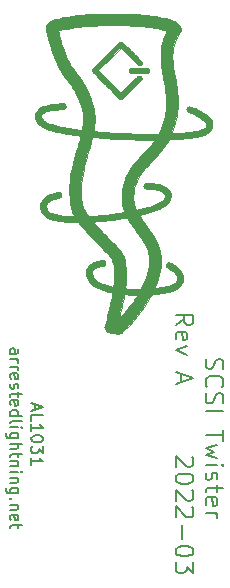
<source format=gto>
%TF.GenerationSoftware,KiCad,Pcbnew,5.1.12-84ad8e8a86~92~ubuntu20.04.1*%
%TF.CreationDate,2022-04-13T08:29:14-05:00*%
%TF.ProjectId,Twister,54776973-7465-4722-9e6b-696361645f70,rev?*%
%TF.SameCoordinates,Original*%
%TF.FileFunction,Legend,Top*%
%TF.FilePolarity,Positive*%
%FSLAX46Y46*%
G04 Gerber Fmt 4.6, Leading zero omitted, Abs format (unit mm)*
G04 Created by KiCad (PCBNEW 5.1.12-84ad8e8a86~92~ubuntu20.04.1) date 2022-04-13 08:29:14*
%MOMM*%
%LPD*%
G01*
G04 APERTURE LIST*
%ADD10C,0.150000*%
%ADD11C,0.010000*%
G04 APERTURE END LIST*
D10*
X113625333Y-67810380D02*
X113625333Y-68286571D01*
X113339619Y-67715142D02*
X114339619Y-68048476D01*
X113339619Y-68381809D01*
X113339619Y-69191333D02*
X113339619Y-68715142D01*
X114339619Y-68715142D01*
X113339619Y-70048476D02*
X113339619Y-69477047D01*
X113339619Y-69762761D02*
X114339619Y-69762761D01*
X114196761Y-69667523D01*
X114101523Y-69572285D01*
X114053904Y-69477047D01*
X114339619Y-70667523D02*
X114339619Y-70762761D01*
X114292000Y-70858000D01*
X114244380Y-70905619D01*
X114149142Y-70953238D01*
X113958666Y-71000857D01*
X113720571Y-71000857D01*
X113530095Y-70953238D01*
X113434857Y-70905619D01*
X113387238Y-70858000D01*
X113339619Y-70762761D01*
X113339619Y-70667523D01*
X113387238Y-70572285D01*
X113434857Y-70524666D01*
X113530095Y-70477047D01*
X113720571Y-70429428D01*
X113958666Y-70429428D01*
X114149142Y-70477047D01*
X114244380Y-70524666D01*
X114292000Y-70572285D01*
X114339619Y-70667523D01*
X114339619Y-71334190D02*
X114339619Y-71953238D01*
X113958666Y-71619904D01*
X113958666Y-71762761D01*
X113911047Y-71858000D01*
X113863428Y-71905619D01*
X113768190Y-71953238D01*
X113530095Y-71953238D01*
X113434857Y-71905619D01*
X113387238Y-71858000D01*
X113339619Y-71762761D01*
X113339619Y-71477047D01*
X113387238Y-71381809D01*
X113434857Y-71334190D01*
X113339619Y-72905619D02*
X113339619Y-72334190D01*
X113339619Y-72619904D02*
X114339619Y-72619904D01*
X114196761Y-72524666D01*
X114101523Y-72429428D01*
X114053904Y-72334190D01*
X111561619Y-63516761D02*
X112085428Y-63516761D01*
X112180666Y-63469142D01*
X112228285Y-63373904D01*
X112228285Y-63183428D01*
X112180666Y-63088190D01*
X111609238Y-63516761D02*
X111561619Y-63421523D01*
X111561619Y-63183428D01*
X111609238Y-63088190D01*
X111704476Y-63040571D01*
X111799714Y-63040571D01*
X111894952Y-63088190D01*
X111942571Y-63183428D01*
X111942571Y-63421523D01*
X111990190Y-63516761D01*
X111561619Y-63992952D02*
X112228285Y-63992952D01*
X112037809Y-63992952D02*
X112133047Y-64040571D01*
X112180666Y-64088190D01*
X112228285Y-64183428D01*
X112228285Y-64278666D01*
X111561619Y-64612000D02*
X112228285Y-64612000D01*
X112037809Y-64612000D02*
X112133047Y-64659619D01*
X112180666Y-64707238D01*
X112228285Y-64802476D01*
X112228285Y-64897714D01*
X111609238Y-65612000D02*
X111561619Y-65516761D01*
X111561619Y-65326285D01*
X111609238Y-65231047D01*
X111704476Y-65183428D01*
X112085428Y-65183428D01*
X112180666Y-65231047D01*
X112228285Y-65326285D01*
X112228285Y-65516761D01*
X112180666Y-65612000D01*
X112085428Y-65659619D01*
X111990190Y-65659619D01*
X111894952Y-65183428D01*
X111609238Y-66040571D02*
X111561619Y-66135809D01*
X111561619Y-66326285D01*
X111609238Y-66421523D01*
X111704476Y-66469142D01*
X111752095Y-66469142D01*
X111847333Y-66421523D01*
X111894952Y-66326285D01*
X111894952Y-66183428D01*
X111942571Y-66088190D01*
X112037809Y-66040571D01*
X112085428Y-66040571D01*
X112180666Y-66088190D01*
X112228285Y-66183428D01*
X112228285Y-66326285D01*
X112180666Y-66421523D01*
X112228285Y-66754857D02*
X112228285Y-67135809D01*
X112561619Y-66897714D02*
X111704476Y-66897714D01*
X111609238Y-66945333D01*
X111561619Y-67040571D01*
X111561619Y-67135809D01*
X111609238Y-67850095D02*
X111561619Y-67754857D01*
X111561619Y-67564380D01*
X111609238Y-67469142D01*
X111704476Y-67421523D01*
X112085428Y-67421523D01*
X112180666Y-67469142D01*
X112228285Y-67564380D01*
X112228285Y-67754857D01*
X112180666Y-67850095D01*
X112085428Y-67897714D01*
X111990190Y-67897714D01*
X111894952Y-67421523D01*
X111561619Y-68754857D02*
X112561619Y-68754857D01*
X111609238Y-68754857D02*
X111561619Y-68659619D01*
X111561619Y-68469142D01*
X111609238Y-68373904D01*
X111656857Y-68326285D01*
X111752095Y-68278666D01*
X112037809Y-68278666D01*
X112133047Y-68326285D01*
X112180666Y-68373904D01*
X112228285Y-68469142D01*
X112228285Y-68659619D01*
X112180666Y-68754857D01*
X111561619Y-69373904D02*
X111609238Y-69278666D01*
X111704476Y-69231047D01*
X112561619Y-69231047D01*
X111561619Y-69754857D02*
X112228285Y-69754857D01*
X112561619Y-69754857D02*
X112514000Y-69707238D01*
X112466380Y-69754857D01*
X112514000Y-69802476D01*
X112561619Y-69754857D01*
X112466380Y-69754857D01*
X112228285Y-70659619D02*
X111418761Y-70659619D01*
X111323523Y-70612000D01*
X111275904Y-70564380D01*
X111228285Y-70469142D01*
X111228285Y-70326285D01*
X111275904Y-70231047D01*
X111609238Y-70659619D02*
X111561619Y-70564380D01*
X111561619Y-70373904D01*
X111609238Y-70278666D01*
X111656857Y-70231047D01*
X111752095Y-70183428D01*
X112037809Y-70183428D01*
X112133047Y-70231047D01*
X112180666Y-70278666D01*
X112228285Y-70373904D01*
X112228285Y-70564380D01*
X112180666Y-70659619D01*
X111561619Y-71135809D02*
X112561619Y-71135809D01*
X111561619Y-71564380D02*
X112085428Y-71564380D01*
X112180666Y-71516761D01*
X112228285Y-71421523D01*
X112228285Y-71278666D01*
X112180666Y-71183428D01*
X112133047Y-71135809D01*
X112228285Y-71897714D02*
X112228285Y-72278666D01*
X112561619Y-72040571D02*
X111704476Y-72040571D01*
X111609238Y-72088190D01*
X111561619Y-72183428D01*
X111561619Y-72278666D01*
X112228285Y-72612000D02*
X111561619Y-72612000D01*
X112133047Y-72612000D02*
X112180666Y-72659619D01*
X112228285Y-72754857D01*
X112228285Y-72897714D01*
X112180666Y-72992952D01*
X112085428Y-73040571D01*
X111561619Y-73040571D01*
X111561619Y-73516761D02*
X112228285Y-73516761D01*
X112561619Y-73516761D02*
X112514000Y-73469142D01*
X112466380Y-73516761D01*
X112514000Y-73564380D01*
X112561619Y-73516761D01*
X112466380Y-73516761D01*
X112228285Y-73992952D02*
X111561619Y-73992952D01*
X112133047Y-73992952D02*
X112180666Y-74040571D01*
X112228285Y-74135809D01*
X112228285Y-74278666D01*
X112180666Y-74373904D01*
X112085428Y-74421523D01*
X111561619Y-74421523D01*
X112228285Y-75326285D02*
X111418761Y-75326285D01*
X111323523Y-75278666D01*
X111275904Y-75231047D01*
X111228285Y-75135809D01*
X111228285Y-74992952D01*
X111275904Y-74897714D01*
X111609238Y-75326285D02*
X111561619Y-75231047D01*
X111561619Y-75040571D01*
X111609238Y-74945333D01*
X111656857Y-74897714D01*
X111752095Y-74850095D01*
X112037809Y-74850095D01*
X112133047Y-74897714D01*
X112180666Y-74945333D01*
X112228285Y-75040571D01*
X112228285Y-75231047D01*
X112180666Y-75326285D01*
X111656857Y-75802476D02*
X111609238Y-75850095D01*
X111561619Y-75802476D01*
X111609238Y-75754857D01*
X111656857Y-75802476D01*
X111561619Y-75802476D01*
X112228285Y-76278666D02*
X111561619Y-76278666D01*
X112133047Y-76278666D02*
X112180666Y-76326285D01*
X112228285Y-76421523D01*
X112228285Y-76564380D01*
X112180666Y-76659619D01*
X112085428Y-76707238D01*
X111561619Y-76707238D01*
X111609238Y-77564380D02*
X111561619Y-77469142D01*
X111561619Y-77278666D01*
X111609238Y-77183428D01*
X111704476Y-77135809D01*
X112085428Y-77135809D01*
X112180666Y-77183428D01*
X112228285Y-77278666D01*
X112228285Y-77469142D01*
X112180666Y-77564380D01*
X112085428Y-77612000D01*
X111990190Y-77612000D01*
X111894952Y-77135809D01*
X112228285Y-77897714D02*
X112228285Y-78278666D01*
X112561619Y-78040571D02*
X111704476Y-78040571D01*
X111609238Y-78088190D01*
X111561619Y-78183428D01*
X111561619Y-78278666D01*
X125559428Y-61084285D02*
X126273714Y-60584285D01*
X125559428Y-60227142D02*
X127059428Y-60227142D01*
X127059428Y-60798571D01*
X126988000Y-60941428D01*
X126916571Y-61012857D01*
X126773714Y-61084285D01*
X126559428Y-61084285D01*
X126416571Y-61012857D01*
X126345142Y-60941428D01*
X126273714Y-60798571D01*
X126273714Y-60227142D01*
X125630857Y-62298571D02*
X125559428Y-62155714D01*
X125559428Y-61870000D01*
X125630857Y-61727142D01*
X125773714Y-61655714D01*
X126345142Y-61655714D01*
X126488000Y-61727142D01*
X126559428Y-61870000D01*
X126559428Y-62155714D01*
X126488000Y-62298571D01*
X126345142Y-62370000D01*
X126202285Y-62370000D01*
X126059428Y-61655714D01*
X126559428Y-62870000D02*
X125559428Y-63227142D01*
X126559428Y-63584285D01*
X125988000Y-65227142D02*
X125988000Y-65941428D01*
X125559428Y-65084285D02*
X127059428Y-65584285D01*
X125559428Y-66084285D01*
X126916571Y-72227142D02*
X126988000Y-72298571D01*
X127059428Y-72441428D01*
X127059428Y-72798571D01*
X126988000Y-72941428D01*
X126916571Y-73012857D01*
X126773714Y-73084285D01*
X126630857Y-73084285D01*
X126416571Y-73012857D01*
X125559428Y-72155714D01*
X125559428Y-73084285D01*
X127059428Y-74012857D02*
X127059428Y-74155714D01*
X126988000Y-74298571D01*
X126916571Y-74370000D01*
X126773714Y-74441428D01*
X126488000Y-74512857D01*
X126130857Y-74512857D01*
X125845142Y-74441428D01*
X125702285Y-74370000D01*
X125630857Y-74298571D01*
X125559428Y-74155714D01*
X125559428Y-74012857D01*
X125630857Y-73870000D01*
X125702285Y-73798571D01*
X125845142Y-73727142D01*
X126130857Y-73655714D01*
X126488000Y-73655714D01*
X126773714Y-73727142D01*
X126916571Y-73798571D01*
X126988000Y-73870000D01*
X127059428Y-74012857D01*
X126916571Y-75084285D02*
X126988000Y-75155714D01*
X127059428Y-75298571D01*
X127059428Y-75655714D01*
X126988000Y-75798571D01*
X126916571Y-75870000D01*
X126773714Y-75941428D01*
X126630857Y-75941428D01*
X126416571Y-75870000D01*
X125559428Y-75012857D01*
X125559428Y-75941428D01*
X126916571Y-76512857D02*
X126988000Y-76584285D01*
X127059428Y-76727142D01*
X127059428Y-77084285D01*
X126988000Y-77227142D01*
X126916571Y-77298571D01*
X126773714Y-77370000D01*
X126630857Y-77370000D01*
X126416571Y-77298571D01*
X125559428Y-76441428D01*
X125559428Y-77370000D01*
X126130857Y-78012857D02*
X126130857Y-79155714D01*
X127059428Y-80155714D02*
X127059428Y-80298571D01*
X126988000Y-80441428D01*
X126916571Y-80512857D01*
X126773714Y-80584285D01*
X126488000Y-80655714D01*
X126130857Y-80655714D01*
X125845142Y-80584285D01*
X125702285Y-80512857D01*
X125630857Y-80441428D01*
X125559428Y-80298571D01*
X125559428Y-80155714D01*
X125630857Y-80012857D01*
X125702285Y-79941428D01*
X125845142Y-79870000D01*
X126130857Y-79798571D01*
X126488000Y-79798571D01*
X126773714Y-79870000D01*
X126916571Y-79941428D01*
X126988000Y-80012857D01*
X127059428Y-80155714D01*
X127059428Y-81155714D02*
X127059428Y-82084285D01*
X126488000Y-81584285D01*
X126488000Y-81798571D01*
X126416571Y-81941428D01*
X126345142Y-82012857D01*
X126202285Y-82084285D01*
X125845142Y-82084285D01*
X125702285Y-82012857D01*
X125630857Y-81941428D01*
X125559428Y-81798571D01*
X125559428Y-81370000D01*
X125630857Y-81227142D01*
X125702285Y-81155714D01*
X128170857Y-63933428D02*
X128099428Y-64147714D01*
X128099428Y-64504857D01*
X128170857Y-64647714D01*
X128242285Y-64719142D01*
X128385142Y-64790571D01*
X128528000Y-64790571D01*
X128670857Y-64719142D01*
X128742285Y-64647714D01*
X128813714Y-64504857D01*
X128885142Y-64219142D01*
X128956571Y-64076285D01*
X129028000Y-64004857D01*
X129170857Y-63933428D01*
X129313714Y-63933428D01*
X129456571Y-64004857D01*
X129528000Y-64076285D01*
X129599428Y-64219142D01*
X129599428Y-64576285D01*
X129528000Y-64790571D01*
X128242285Y-66290571D02*
X128170857Y-66219142D01*
X128099428Y-66004857D01*
X128099428Y-65862000D01*
X128170857Y-65647714D01*
X128313714Y-65504857D01*
X128456571Y-65433428D01*
X128742285Y-65362000D01*
X128956571Y-65362000D01*
X129242285Y-65433428D01*
X129385142Y-65504857D01*
X129528000Y-65647714D01*
X129599428Y-65862000D01*
X129599428Y-66004857D01*
X129528000Y-66219142D01*
X129456571Y-66290571D01*
X128170857Y-66862000D02*
X128099428Y-67076285D01*
X128099428Y-67433428D01*
X128170857Y-67576285D01*
X128242285Y-67647714D01*
X128385142Y-67719142D01*
X128528000Y-67719142D01*
X128670857Y-67647714D01*
X128742285Y-67576285D01*
X128813714Y-67433428D01*
X128885142Y-67147714D01*
X128956571Y-67004857D01*
X129028000Y-66933428D01*
X129170857Y-66862000D01*
X129313714Y-66862000D01*
X129456571Y-66933428D01*
X129528000Y-67004857D01*
X129599428Y-67147714D01*
X129599428Y-67504857D01*
X129528000Y-67719142D01*
X128099428Y-68362000D02*
X129599428Y-68362000D01*
X129599428Y-70004857D02*
X129599428Y-70862000D01*
X128099428Y-70433428D02*
X129599428Y-70433428D01*
X129099428Y-71219142D02*
X128099428Y-71504857D01*
X128813714Y-71790571D01*
X128099428Y-72076285D01*
X129099428Y-72362000D01*
X128099428Y-72933428D02*
X129099428Y-72933428D01*
X129599428Y-72933428D02*
X129528000Y-72862000D01*
X129456571Y-72933428D01*
X129528000Y-73004857D01*
X129599428Y-72933428D01*
X129456571Y-72933428D01*
X128170857Y-73576285D02*
X128099428Y-73719142D01*
X128099428Y-74004857D01*
X128170857Y-74147714D01*
X128313714Y-74219142D01*
X128385142Y-74219142D01*
X128528000Y-74147714D01*
X128599428Y-74004857D01*
X128599428Y-73790571D01*
X128670857Y-73647714D01*
X128813714Y-73576285D01*
X128885142Y-73576285D01*
X129028000Y-73647714D01*
X129099428Y-73790571D01*
X129099428Y-74004857D01*
X129028000Y-74147714D01*
X129099428Y-74647714D02*
X129099428Y-75219142D01*
X129599428Y-74862000D02*
X128313714Y-74862000D01*
X128170857Y-74933428D01*
X128099428Y-75076285D01*
X128099428Y-75219142D01*
X128170857Y-76290571D02*
X128099428Y-76147714D01*
X128099428Y-75862000D01*
X128170857Y-75719142D01*
X128313714Y-75647714D01*
X128885142Y-75647714D01*
X129028000Y-75719142D01*
X129099428Y-75862000D01*
X129099428Y-76147714D01*
X129028000Y-76290571D01*
X128885142Y-76362000D01*
X128742285Y-76362000D01*
X128599428Y-75647714D01*
X128099428Y-77004857D02*
X129099428Y-77004857D01*
X128813714Y-77004857D02*
X128956571Y-77076285D01*
X129028000Y-77147714D01*
X129099428Y-77290571D01*
X129099428Y-77433428D01*
D11*
%TO.C,G\u002A\u002A\u002A*%
G36*
X120564332Y-34708354D02*
G01*
X121055717Y-34716531D01*
X121519390Y-34730025D01*
X121957248Y-34748985D01*
X122371189Y-34773555D01*
X122763111Y-34803882D01*
X123134913Y-34840111D01*
X123488492Y-34882389D01*
X123825746Y-34930862D01*
X124133858Y-34982985D01*
X124445229Y-35045128D01*
X124727473Y-35112837D01*
X124981038Y-35186287D01*
X125206369Y-35265652D01*
X125403911Y-35351107D01*
X125574110Y-35442825D01*
X125717412Y-35540980D01*
X125834263Y-35645747D01*
X125836298Y-35647874D01*
X125911810Y-35737442D01*
X125961878Y-35823374D01*
X125989399Y-35912060D01*
X125997296Y-36003373D01*
X125996012Y-36063635D01*
X125990586Y-36114896D01*
X125978784Y-36163180D01*
X125958367Y-36214513D01*
X125927099Y-36274918D01*
X125882743Y-36350419D01*
X125846624Y-36409171D01*
X125704333Y-36654805D01*
X125583652Y-36899375D01*
X125484137Y-37145571D01*
X125405347Y-37396084D01*
X125346838Y-37653605D01*
X125308168Y-37920823D01*
X125288895Y-38200429D01*
X125288574Y-38495115D01*
X125306764Y-38807569D01*
X125343022Y-39140484D01*
X125368083Y-39317396D01*
X125378174Y-39381201D01*
X125392736Y-39469435D01*
X125410887Y-39576950D01*
X125431747Y-39698598D01*
X125454433Y-39829230D01*
X125478065Y-39963696D01*
X125495000Y-40059035D01*
X125552049Y-40386813D01*
X125601320Y-40688506D01*
X125643000Y-40967016D01*
X125677275Y-41225244D01*
X125704331Y-41466091D01*
X125724353Y-41692458D01*
X125737527Y-41907246D01*
X125744040Y-42113357D01*
X125744077Y-42313691D01*
X125737824Y-42511149D01*
X125725467Y-42708632D01*
X125707193Y-42909042D01*
X125688268Y-43074793D01*
X125646900Y-43347006D01*
X125589002Y-43634069D01*
X125516890Y-43927413D01*
X125432878Y-44218467D01*
X125339282Y-44498664D01*
X125238416Y-44759433D01*
X125223802Y-44794008D01*
X125198813Y-44852454D01*
X125406543Y-44842119D01*
X125678010Y-44826666D01*
X125947924Y-44807547D01*
X126212596Y-44785174D01*
X126468339Y-44759958D01*
X126711465Y-44732310D01*
X126938286Y-44702642D01*
X127145114Y-44671366D01*
X127328261Y-44638892D01*
X127444675Y-44614714D01*
X127616768Y-44571770D01*
X127761374Y-44525761D01*
X127881003Y-44475535D01*
X127978166Y-44419935D01*
X128055376Y-44357808D01*
X128093701Y-44316269D01*
X128145409Y-44240757D01*
X128172453Y-44168127D01*
X128174310Y-44095419D01*
X128150455Y-44019673D01*
X128100365Y-43937927D01*
X128023515Y-43847222D01*
X128007767Y-43830714D01*
X127887210Y-43719663D01*
X127739394Y-43606779D01*
X127566928Y-43493602D01*
X127372424Y-43381671D01*
X127158490Y-43272529D01*
X126927738Y-43167715D01*
X126783148Y-43107884D01*
X126697270Y-43072980D01*
X126634549Y-43045371D01*
X126589940Y-43021940D01*
X126558401Y-42999572D01*
X126534888Y-42975151D01*
X126514359Y-42945563D01*
X126510640Y-42939527D01*
X126481679Y-42866223D01*
X126478677Y-42790946D01*
X126498569Y-42719139D01*
X126538293Y-42656247D01*
X126594788Y-42607713D01*
X126664990Y-42578982D01*
X126716539Y-42573505D01*
X126768800Y-42581164D01*
X126845179Y-42603109D01*
X126943769Y-42638588D01*
X127062661Y-42686851D01*
X127199945Y-42747146D01*
X127353715Y-42818722D01*
X127417823Y-42849571D01*
X127674489Y-42982130D01*
X127902101Y-43116501D01*
X128100537Y-43252561D01*
X128269676Y-43390186D01*
X128409398Y-43529253D01*
X128519580Y-43669639D01*
X128600102Y-43811220D01*
X128650842Y-43953873D01*
X128671680Y-44097475D01*
X128672248Y-44126864D01*
X128664134Y-44246952D01*
X128638644Y-44355822D01*
X128593315Y-44458698D01*
X128525684Y-44560806D01*
X128433286Y-44667373D01*
X128402727Y-44698636D01*
X128308213Y-44786727D01*
X128215688Y-44857548D01*
X128116937Y-44916036D01*
X128003743Y-44967128D01*
X127883740Y-45010534D01*
X127726386Y-45057043D01*
X127540888Y-45101407D01*
X127329101Y-45143328D01*
X127092884Y-45182509D01*
X126834094Y-45218652D01*
X126554587Y-45251460D01*
X126256222Y-45280634D01*
X126132793Y-45291156D01*
X126060801Y-45296692D01*
X125969706Y-45303148D01*
X125863993Y-45310256D01*
X125748145Y-45317748D01*
X125626645Y-45325354D01*
X125503977Y-45332807D01*
X125384626Y-45339837D01*
X125273074Y-45346177D01*
X125173805Y-45351557D01*
X125091303Y-45355710D01*
X125030051Y-45358366D01*
X124995642Y-45359259D01*
X124977740Y-45364838D01*
X124957629Y-45384253D01*
X124932240Y-45421570D01*
X124898506Y-45480857D01*
X124885077Y-45505828D01*
X124798768Y-45656751D01*
X124693640Y-45822176D01*
X124573522Y-45996839D01*
X124442240Y-46175474D01*
X124303621Y-46352816D01*
X124161492Y-46523600D01*
X124068417Y-46629290D01*
X124028477Y-46673233D01*
X123971533Y-46735440D01*
X123901043Y-46812155D01*
X123820465Y-46899624D01*
X123733257Y-46994090D01*
X123642878Y-47091799D01*
X123584017Y-47155325D01*
X123432468Y-47319262D01*
X123299649Y-47464155D01*
X123183408Y-47592581D01*
X123081593Y-47707117D01*
X122992053Y-47810341D01*
X122912636Y-47904831D01*
X122841189Y-47993163D01*
X122775561Y-48077915D01*
X122713600Y-48161665D01*
X122653153Y-48246989D01*
X122592070Y-48336466D01*
X122568776Y-48371291D01*
X122399685Y-48648191D01*
X122259914Y-48927408D01*
X122148728Y-49210878D01*
X122065392Y-49500537D01*
X122009169Y-49798322D01*
X122000043Y-49867771D01*
X121993397Y-49944446D01*
X121988699Y-50043442D01*
X121985949Y-50157086D01*
X121985149Y-50277704D01*
X121986299Y-50397621D01*
X121989398Y-50509164D01*
X121994449Y-50604659D01*
X121999989Y-50665128D01*
X122011671Y-50742017D01*
X122027897Y-50824040D01*
X122045276Y-50894169D01*
X122046301Y-50897692D01*
X122063489Y-50950840D01*
X122086672Y-51015304D01*
X122113541Y-51085481D01*
X122141789Y-51155769D01*
X122169108Y-51220565D01*
X122193190Y-51274267D01*
X122211727Y-51311273D01*
X122222410Y-51325979D01*
X122222753Y-51326030D01*
X122244862Y-51322407D01*
X122291447Y-51312308D01*
X122357904Y-51296879D01*
X122439630Y-51277264D01*
X122532022Y-51254605D01*
X122630478Y-51230048D01*
X122730396Y-51204737D01*
X122827172Y-51179815D01*
X122916203Y-51156426D01*
X122992888Y-51135716D01*
X123029184Y-51125583D01*
X123287196Y-51049223D01*
X123519091Y-50973826D01*
X123728721Y-50898000D01*
X123919934Y-50820352D01*
X124096284Y-50739634D01*
X124248822Y-50659389D01*
X124373223Y-50579749D01*
X124471287Y-50498627D01*
X124544814Y-50413937D01*
X124595607Y-50323590D01*
X124625465Y-50225500D01*
X124636190Y-50117579D01*
X124636239Y-50113749D01*
X124635423Y-50053806D01*
X124629521Y-50012437D01*
X124615607Y-49978235D01*
X124592179Y-49941809D01*
X124521460Y-49864823D01*
X124423031Y-49794554D01*
X124298595Y-49731521D01*
X124149855Y-49676243D01*
X123978513Y-49629238D01*
X123786274Y-49591025D01*
X123574839Y-49562123D01*
X123345911Y-49543049D01*
X123269657Y-49539124D01*
X123161699Y-49533517D01*
X123079085Y-49526638D01*
X123017098Y-49517239D01*
X122971024Y-49504073D01*
X122936145Y-49485893D01*
X122907747Y-49461454D01*
X122887781Y-49438161D01*
X122847144Y-49364428D01*
X122833327Y-49285525D01*
X122845394Y-49207574D01*
X122882408Y-49136698D01*
X122942658Y-49079543D01*
X122966942Y-49064180D01*
X122990694Y-49053637D01*
X123020048Y-49047022D01*
X123061139Y-49043439D01*
X123120101Y-49041997D01*
X123201756Y-49041799D01*
X123444135Y-49049427D01*
X123680033Y-49071128D01*
X123906467Y-49106071D01*
X124120456Y-49153421D01*
X124319020Y-49212346D01*
X124499176Y-49282013D01*
X124657943Y-49361589D01*
X124792341Y-49450242D01*
X124856427Y-49504076D01*
X124964051Y-49617118D01*
X125043868Y-49732856D01*
X125098082Y-49855695D01*
X125128897Y-49990040D01*
X125136259Y-50063550D01*
X125138511Y-50146745D01*
X125132615Y-50221680D01*
X125117076Y-50304502D01*
X125111933Y-50326568D01*
X125068752Y-50471947D01*
X125011064Y-50602850D01*
X124936516Y-50721808D01*
X124842755Y-50831351D01*
X124727428Y-50934011D01*
X124588185Y-51032317D01*
X124422671Y-51128800D01*
X124314213Y-51184673D01*
X124115027Y-51276665D01*
X123893527Y-51366226D01*
X123648078Y-51453916D01*
X123377044Y-51540295D01*
X123078788Y-51625923D01*
X122841573Y-51688626D01*
X122743325Y-51713894D01*
X122655221Y-51736812D01*
X122581293Y-51756310D01*
X122525574Y-51771318D01*
X122492094Y-51780766D01*
X122484034Y-51783512D01*
X122490073Y-51797711D01*
X122511718Y-51833948D01*
X122547265Y-51889693D01*
X122595007Y-51962412D01*
X122653237Y-52049572D01*
X122720248Y-52148642D01*
X122794335Y-52257089D01*
X122873790Y-52372381D01*
X122956908Y-52491984D01*
X123041982Y-52613366D01*
X123069787Y-52652803D01*
X123212557Y-52855843D01*
X123338787Y-53037317D01*
X123450027Y-53199665D01*
X123547823Y-53345329D01*
X123633727Y-53476751D01*
X123709285Y-53596370D01*
X123776047Y-53706629D01*
X123835563Y-53809968D01*
X123889379Y-53908827D01*
X123939047Y-54005650D01*
X123975135Y-54079717D01*
X124080405Y-54323301D01*
X124165561Y-54572361D01*
X124233072Y-54834824D01*
X124271162Y-55030828D01*
X124285081Y-55132919D01*
X124296418Y-55257659D01*
X124304963Y-55397734D01*
X124310508Y-55545829D01*
X124312845Y-55694629D01*
X124311765Y-55836817D01*
X124307060Y-55965080D01*
X124300346Y-56054771D01*
X124256191Y-56382109D01*
X124188003Y-56720642D01*
X124097096Y-57065401D01*
X123984778Y-57411415D01*
X123852362Y-57753715D01*
X123851848Y-57754941D01*
X123821843Y-57828283D01*
X123797714Y-57890808D01*
X123781153Y-57937827D01*
X123773852Y-57964653D01*
X123774519Y-57969112D01*
X123793010Y-57967297D01*
X123835954Y-57962283D01*
X123897992Y-57954720D01*
X123973763Y-57945257D01*
X124024319Y-57938845D01*
X124287233Y-57901049D01*
X124532413Y-57857186D01*
X124758025Y-57807776D01*
X124962235Y-57753343D01*
X125143209Y-57694408D01*
X125299111Y-57631492D01*
X125428109Y-57565118D01*
X125497469Y-57519779D01*
X125558479Y-57459060D01*
X125610003Y-57376333D01*
X125649208Y-57278903D01*
X125673264Y-57174075D01*
X125679341Y-57069154D01*
X125678447Y-57052731D01*
X125655465Y-56936708D01*
X125604123Y-56820582D01*
X125526063Y-56706114D01*
X125422928Y-56595067D01*
X125296358Y-56489203D01*
X125147997Y-56390285D01*
X124979484Y-56300075D01*
X124975515Y-56298179D01*
X124883281Y-56250431D01*
X124816726Y-56205756D01*
X124772325Y-56160113D01*
X124746549Y-56109465D01*
X124735874Y-56049772D01*
X124735042Y-56022781D01*
X124746120Y-55942226D01*
X124781385Y-55875995D01*
X124834977Y-55824666D01*
X124875357Y-55798675D01*
X124916268Y-55786355D01*
X124972055Y-55783454D01*
X124974017Y-55783468D01*
X125016077Y-55785853D01*
X125056459Y-55793961D01*
X125102655Y-55810291D01*
X125162157Y-55837339D01*
X125215989Y-55864114D01*
X125434326Y-55986210D01*
X125624999Y-56117034D01*
X125787770Y-56256291D01*
X125922400Y-56403686D01*
X126028651Y-56558927D01*
X126106285Y-56721719D01*
X126155063Y-56891769D01*
X126173812Y-57044793D01*
X126176096Y-57132758D01*
X126172081Y-57205809D01*
X126160500Y-57278668D01*
X126149369Y-57328506D01*
X126104035Y-57481557D01*
X126044381Y-57617199D01*
X125968250Y-57737435D01*
X125873484Y-57844269D01*
X125757926Y-57939704D01*
X125619418Y-58025743D01*
X125455801Y-58104390D01*
X125264918Y-58177647D01*
X125217330Y-58193812D01*
X125019876Y-58252886D01*
X124795971Y-58307885D01*
X124549027Y-58358159D01*
X124282457Y-58403059D01*
X123999672Y-58441935D01*
X123789401Y-58465681D01*
X123701103Y-58475326D01*
X123623157Y-58484879D01*
X123560489Y-58493652D01*
X123518024Y-58500955D01*
X123500781Y-58506001D01*
X123489806Y-58522322D01*
X123466616Y-58560353D01*
X123433839Y-58615664D01*
X123394102Y-58683826D01*
X123355588Y-58750703D01*
X123115185Y-59149388D01*
X122848743Y-59552296D01*
X122559193Y-59955614D01*
X122249462Y-60355535D01*
X121922479Y-60748246D01*
X121581172Y-61129937D01*
X121302458Y-61422073D01*
X121201675Y-61523968D01*
X121118224Y-61606102D01*
X121048879Y-61670642D01*
X120990416Y-61719756D01*
X120939608Y-61755615D01*
X120893232Y-61780386D01*
X120848062Y-61796238D01*
X120800872Y-61805341D01*
X120748438Y-61809862D01*
X120724227Y-61810911D01*
X120662194Y-61809742D01*
X120574018Y-61803051D01*
X120463034Y-61791175D01*
X120332582Y-61774451D01*
X120256225Y-61763669D01*
X120152626Y-61747991D01*
X120055482Y-61732132D01*
X119969927Y-61717019D01*
X119901096Y-61703582D01*
X119854123Y-61692751D01*
X119839577Y-61688282D01*
X119768494Y-61649757D01*
X119696673Y-61591172D01*
X119632982Y-61520951D01*
X119586441Y-61447830D01*
X119561531Y-61391630D01*
X119544966Y-61338398D01*
X119537037Y-61283442D01*
X119538034Y-61222074D01*
X119548247Y-61149604D01*
X119567965Y-61061342D01*
X119597479Y-60952599D01*
X119622306Y-60867864D01*
X119708873Y-60565632D01*
X120742979Y-60565632D01*
X120749004Y-60567264D01*
X120763650Y-60557292D01*
X120788719Y-60533914D01*
X120826012Y-60495328D01*
X120877329Y-60439731D01*
X120944473Y-60365320D01*
X121029242Y-60270292D01*
X121044068Y-60253609D01*
X121294890Y-59962097D01*
X121543351Y-59655624D01*
X121783018Y-59342508D01*
X122007461Y-59031066D01*
X122141745Y-58834058D01*
X122195911Y-58752192D01*
X122243996Y-58678683D01*
X122283638Y-58617209D01*
X122312475Y-58571449D01*
X122328146Y-58545082D01*
X122330308Y-58540274D01*
X122316001Y-58536850D01*
X122275955Y-58533036D01*
X122214482Y-58529090D01*
X122135897Y-58525272D01*
X122044512Y-58521843D01*
X122003415Y-58520583D01*
X121888089Y-58516710D01*
X121765126Y-58511612D01*
X121643999Y-58505746D01*
X121534182Y-58499571D01*
X121446807Y-58493672D01*
X121366883Y-58488123D01*
X121297946Y-58484387D01*
X121245366Y-58482670D01*
X121214510Y-58483181D01*
X121208793Y-58484434D01*
X121203620Y-58501150D01*
X121194154Y-58542752D01*
X121181369Y-58604531D01*
X121166236Y-58681779D01*
X121149729Y-58769787D01*
X121148636Y-58775745D01*
X121100429Y-59029115D01*
X121048832Y-59280538D01*
X120992143Y-59537758D01*
X120928661Y-59808518D01*
X120863542Y-60073254D01*
X120835351Y-60185810D01*
X120809222Y-60290331D01*
X120786137Y-60382868D01*
X120767081Y-60459471D01*
X120753037Y-60516191D01*
X120744989Y-60549078D01*
X120743776Y-60554201D01*
X120742979Y-60565632D01*
X119708873Y-60565632D01*
X119773904Y-60338592D01*
X119910501Y-59817963D01*
X120031027Y-59310349D01*
X120134411Y-58820120D01*
X120172014Y-58622899D01*
X120191083Y-58515323D01*
X120203457Y-58435273D01*
X120209341Y-58381019D01*
X120208941Y-58350829D01*
X120205251Y-58343198D01*
X120182645Y-58335858D01*
X120139994Y-58325705D01*
X120090900Y-58315782D01*
X119865723Y-58267956D01*
X119640321Y-58209127D01*
X119419531Y-58141056D01*
X119208192Y-58065507D01*
X119011143Y-57984240D01*
X118833222Y-57899019D01*
X118679268Y-57811605D01*
X118643886Y-57788817D01*
X118488063Y-57668010D01*
X118347955Y-57523956D01*
X118226139Y-57360442D01*
X118125191Y-57181254D01*
X118047687Y-56990181D01*
X118010046Y-56856923D01*
X117994723Y-56762568D01*
X117988142Y-56655828D01*
X117990328Y-56548617D01*
X118001307Y-56452853D01*
X118009138Y-56416604D01*
X118060790Y-56276827D01*
X118139713Y-56145273D01*
X118243755Y-56024020D01*
X118370764Y-55915143D01*
X118518589Y-55820720D01*
X118685076Y-55742825D01*
X118722108Y-55728798D01*
X118837534Y-55690608D01*
X118956936Y-55657967D01*
X119075577Y-55631585D01*
X119188718Y-55612174D01*
X119291621Y-55600444D01*
X119379547Y-55597107D01*
X119447758Y-55602873D01*
X119484699Y-55614387D01*
X119552701Y-55664401D01*
X119598481Y-55729163D01*
X119620855Y-55802874D01*
X119618641Y-55879740D01*
X119590657Y-55953962D01*
X119562062Y-55993617D01*
X119528035Y-56029735D01*
X119496350Y-56054086D01*
X119458886Y-56070186D01*
X119407520Y-56081549D01*
X119335924Y-56091468D01*
X119172224Y-56118264D01*
X119018914Y-56156312D01*
X118879089Y-56204133D01*
X118755844Y-56260250D01*
X118652272Y-56323187D01*
X118571468Y-56391464D01*
X118516527Y-56463605D01*
X118504382Y-56488526D01*
X118488315Y-56552809D01*
X118483689Y-56634017D01*
X118490426Y-56721311D01*
X118506636Y-56797834D01*
X118537073Y-56880719D01*
X118581469Y-56975094D01*
X118634233Y-57070801D01*
X118689774Y-57157681D01*
X118741310Y-57224247D01*
X118838124Y-57315154D01*
X118963441Y-57403269D01*
X119115781Y-57487918D01*
X119293665Y-57568426D01*
X119495611Y-57644118D01*
X119720139Y-57714320D01*
X119947949Y-57774096D01*
X120033279Y-57794432D01*
X120112307Y-57812897D01*
X120178669Y-57828032D01*
X120225999Y-57838377D01*
X120242571Y-57841670D01*
X120296550Y-57851327D01*
X120321809Y-57605871D01*
X120351409Y-57273028D01*
X120368851Y-56966580D01*
X120374052Y-56685397D01*
X120366926Y-56428343D01*
X120347387Y-56194288D01*
X120315352Y-55982097D01*
X120270733Y-55790638D01*
X120213446Y-55618778D01*
X120163716Y-55505326D01*
X120149794Y-55477438D01*
X120135547Y-55451056D01*
X120119432Y-55424483D01*
X120099907Y-55396026D01*
X120075432Y-55363988D01*
X120044465Y-55326675D01*
X120005464Y-55282391D01*
X119956887Y-55229441D01*
X119897193Y-55166129D01*
X119824840Y-55090761D01*
X119738286Y-55001640D01*
X119635991Y-54897072D01*
X119516411Y-54775362D01*
X119378007Y-54634814D01*
X119301708Y-54557396D01*
X119053683Y-54304629D01*
X118826089Y-54070211D01*
X118617166Y-53852217D01*
X118425155Y-53648718D01*
X118248295Y-53457790D01*
X118084827Y-53277506D01*
X117932990Y-53105938D01*
X117791025Y-52941162D01*
X117657172Y-52781250D01*
X117529671Y-52624275D01*
X117488757Y-52572875D01*
X117327564Y-52369359D01*
X116992102Y-52365702D01*
X116616836Y-52356518D01*
X116268271Y-52337463D01*
X116158341Y-52327593D01*
X118572912Y-52327593D01*
X118583172Y-52346346D01*
X118612904Y-52384868D01*
X118660531Y-52441465D01*
X118724479Y-52514445D01*
X118803174Y-52602114D01*
X118895039Y-52702779D01*
X118998500Y-52814748D01*
X119111981Y-52936326D01*
X119233909Y-53065821D01*
X119362707Y-53201539D01*
X119496801Y-53341788D01*
X119634616Y-53484874D01*
X119774576Y-53629104D01*
X119915107Y-53772785D01*
X119955077Y-53813432D01*
X120119941Y-53980996D01*
X120265130Y-54128941D01*
X120392141Y-54258985D01*
X120502471Y-54372848D01*
X120597618Y-54472248D01*
X120679078Y-54558904D01*
X120748349Y-54634534D01*
X120806928Y-54700856D01*
X120856311Y-54759590D01*
X120897997Y-54812454D01*
X120933482Y-54861166D01*
X120964264Y-54907446D01*
X120991839Y-54953011D01*
X121017704Y-54999581D01*
X121043358Y-55048874D01*
X121059840Y-55081609D01*
X121105326Y-55183195D01*
X121151795Y-55305791D01*
X121196359Y-55440599D01*
X121236132Y-55578819D01*
X121268227Y-55711653D01*
X121271263Y-55726031D01*
X121314081Y-55978684D01*
X121342969Y-56256066D01*
X121357903Y-56556256D01*
X121358854Y-56877333D01*
X121345798Y-57217376D01*
X121318707Y-57574462D01*
X121299319Y-57763949D01*
X121291362Y-57839494D01*
X121285417Y-57903637D01*
X121281938Y-57950830D01*
X121281375Y-57975524D01*
X121281897Y-57977782D01*
X121298016Y-57980679D01*
X121338706Y-57985041D01*
X121398538Y-57990444D01*
X121472083Y-57996464D01*
X121553912Y-58002679D01*
X121638596Y-58008664D01*
X121720706Y-58013996D01*
X121794814Y-58018252D01*
X121811787Y-58019114D01*
X121852619Y-58020494D01*
X121917969Y-58021947D01*
X122002297Y-58023385D01*
X122100061Y-58024719D01*
X122205723Y-58025860D01*
X122267076Y-58026389D01*
X122632186Y-58029231D01*
X122749730Y-57789759D01*
X122915224Y-57429549D01*
X123053013Y-57079734D01*
X123163080Y-56740424D01*
X123245409Y-56411726D01*
X123299985Y-56093749D01*
X123326792Y-55786601D01*
X123325813Y-55490392D01*
X123297034Y-55205228D01*
X123240437Y-54931219D01*
X123192244Y-54769588D01*
X123162215Y-54684817D01*
X123128451Y-54599959D01*
X123089691Y-54512921D01*
X123044677Y-54421615D01*
X122992149Y-54323950D01*
X122930847Y-54217837D01*
X122859514Y-54101185D01*
X122776888Y-53971903D01*
X122681712Y-53827903D01*
X122572726Y-53667094D01*
X122448670Y-53487386D01*
X122308285Y-53286689D01*
X122242654Y-53193513D01*
X122092133Y-52978638D01*
X121954990Y-52779671D01*
X121832188Y-52598060D01*
X121724691Y-52435252D01*
X121633463Y-52292696D01*
X121559468Y-52171839D01*
X121537516Y-52134410D01*
X121451077Y-51984945D01*
X121398474Y-51994101D01*
X121214077Y-52024914D01*
X121006252Y-52057396D01*
X120781520Y-52090641D01*
X120546403Y-52123742D01*
X120307420Y-52155794D01*
X120071094Y-52185892D01*
X119843945Y-52213130D01*
X119722675Y-52226852D01*
X119612482Y-52238584D01*
X119491176Y-52250752D01*
X119363235Y-52262974D01*
X119233140Y-52274867D01*
X119105373Y-52286051D01*
X118984413Y-52296142D01*
X118874741Y-52304759D01*
X118780838Y-52311521D01*
X118707184Y-52316046D01*
X118658260Y-52317952D01*
X118653189Y-52317988D01*
X118608659Y-52319612D01*
X118579509Y-52323791D01*
X118572912Y-52327593D01*
X116158341Y-52327593D01*
X115946599Y-52308582D01*
X115652011Y-52269919D01*
X115384697Y-52221516D01*
X115144848Y-52163419D01*
X114932657Y-52095671D01*
X114748313Y-52018315D01*
X114592008Y-51931395D01*
X114463933Y-51834954D01*
X114401070Y-51772928D01*
X114326541Y-51679264D01*
X114253511Y-51566760D01*
X114188360Y-51446235D01*
X114137470Y-51328507D01*
X114135061Y-51321911D01*
X114104200Y-51210443D01*
X114085330Y-51086170D01*
X114079398Y-50960696D01*
X114087350Y-50845628D01*
X114093389Y-50810914D01*
X114137284Y-50672536D01*
X114209757Y-50539606D01*
X114309647Y-50413193D01*
X114435795Y-50294368D01*
X114587040Y-50184201D01*
X114762222Y-50083762D01*
X114960179Y-49994121D01*
X114993294Y-49981081D01*
X115063385Y-49956259D01*
X115152255Y-49928092D01*
X115251880Y-49898799D01*
X115354235Y-49870599D01*
X115451295Y-49845711D01*
X115535036Y-49826355D01*
X115591604Y-49815619D01*
X115681061Y-49815144D01*
X115759295Y-49842005D01*
X115823857Y-49894786D01*
X115872295Y-49972073D01*
X115875521Y-49979560D01*
X115892003Y-50056299D01*
X115878728Y-50135625D01*
X115849844Y-50195423D01*
X115825193Y-50228290D01*
X115793083Y-50254879D01*
X115748434Y-50277553D01*
X115686164Y-50298675D01*
X115601193Y-50320607D01*
X115560498Y-50329959D01*
X115373375Y-50378167D01*
X115199739Y-50435179D01*
X115042338Y-50499594D01*
X114903919Y-50570009D01*
X114787230Y-50645022D01*
X114695018Y-50723231D01*
X114630031Y-50803232D01*
X114628484Y-50805721D01*
X114587715Y-50897692D01*
X114574456Y-50997184D01*
X114588828Y-51105025D01*
X114630951Y-51222042D01*
X114700948Y-51349061D01*
X114710024Y-51363173D01*
X114771653Y-51439487D01*
X114852899Y-51508196D01*
X114955292Y-51569913D01*
X115080363Y-51625249D01*
X115229645Y-51674816D01*
X115404666Y-51719229D01*
X115606960Y-51759098D01*
X115762379Y-51784151D01*
X115851810Y-51796232D01*
X115954906Y-51808069D01*
X116068125Y-51819445D01*
X116187924Y-51830145D01*
X116310761Y-51839953D01*
X116433092Y-51848653D01*
X116551376Y-51856029D01*
X116662069Y-51861864D01*
X116761628Y-51865942D01*
X116846512Y-51868049D01*
X116913177Y-51867967D01*
X116958080Y-51865480D01*
X116977680Y-51860373D01*
X116978088Y-51858279D01*
X116969668Y-51840607D01*
X116950363Y-51801084D01*
X116922664Y-51744779D01*
X116889060Y-51676762D01*
X116871670Y-51641657D01*
X116822993Y-51541371D01*
X116783311Y-51453419D01*
X116750931Y-51371960D01*
X116724159Y-51291154D01*
X116701300Y-51205163D01*
X116680660Y-51108146D01*
X116660546Y-50994265D01*
X116639263Y-50857679D01*
X116634040Y-50822544D01*
X116580479Y-50358385D01*
X116555629Y-49885378D01*
X116555767Y-49868091D01*
X117541958Y-49868091D01*
X117561759Y-50240169D01*
X117574572Y-50379171D01*
X117588565Y-50503468D01*
X117604763Y-50627561D01*
X117622292Y-50746070D01*
X117640280Y-50853618D01*
X117657853Y-50944826D01*
X117674138Y-51014316D01*
X117681939Y-51040473D01*
X117724491Y-51144897D01*
X117787936Y-51268571D01*
X117871407Y-51410006D01*
X117974039Y-51567711D01*
X118059519Y-51690786D01*
X118174628Y-51852638D01*
X118317409Y-51843900D01*
X118378349Y-51840005D01*
X118461644Y-51834446D01*
X118559669Y-51827744D01*
X118664799Y-51820422D01*
X118768296Y-51813080D01*
X119219167Y-51776763D01*
X119670066Y-51732185D01*
X120128474Y-51678778D01*
X120246602Y-51663701D01*
X120371416Y-51647138D01*
X120499368Y-51629617D01*
X120626909Y-51611667D01*
X120750490Y-51593817D01*
X120866563Y-51576595D01*
X120971579Y-51560530D01*
X121061988Y-51546150D01*
X121134244Y-51533984D01*
X121184796Y-51524562D01*
X121210097Y-51518411D01*
X121212177Y-51517342D01*
X121210659Y-51500935D01*
X121199360Y-51466509D01*
X121189650Y-51442468D01*
X121150497Y-51340348D01*
X121111352Y-51219001D01*
X121075302Y-51089103D01*
X121045435Y-50961326D01*
X121034744Y-50906870D01*
X121025279Y-50851624D01*
X121017837Y-50798454D01*
X121012172Y-50742679D01*
X121008040Y-50679617D01*
X121005195Y-50604586D01*
X121003391Y-50512906D01*
X121002383Y-50399894D01*
X121001964Y-50281479D01*
X121001922Y-50146111D01*
X121002578Y-50035713D01*
X121004186Y-49945198D01*
X121006996Y-49869483D01*
X121011262Y-49803479D01*
X121017234Y-49742103D01*
X121025166Y-49680267D01*
X121035002Y-49614833D01*
X121092855Y-49313129D01*
X121170599Y-49019912D01*
X121269335Y-48733041D01*
X121390168Y-48450374D01*
X121534200Y-48169770D01*
X121702535Y-47889087D01*
X121896276Y-47606183D01*
X122116525Y-47318917D01*
X122364387Y-47025148D01*
X122375499Y-47012544D01*
X122420288Y-46962433D01*
X122481879Y-46894412D01*
X122556552Y-46812541D01*
X122640592Y-46720879D01*
X122730280Y-46623483D01*
X122821901Y-46524413D01*
X122871027Y-46471479D01*
X123010177Y-46321372D01*
X123130579Y-46190638D01*
X123234307Y-46076975D01*
X123323436Y-45978077D01*
X123400039Y-45891639D01*
X123466191Y-45815356D01*
X123523967Y-45746924D01*
X123533830Y-45735029D01*
X123570392Y-45689879D01*
X123613152Y-45635650D01*
X123658287Y-45577378D01*
X123701968Y-45520100D01*
X123740371Y-45468851D01*
X123769669Y-45428669D01*
X123786037Y-45404590D01*
X123788178Y-45400204D01*
X123773602Y-45398910D01*
X123731689Y-45397346D01*
X123665156Y-45395565D01*
X123576723Y-45393622D01*
X123469109Y-45391569D01*
X123345034Y-45389459D01*
X123207216Y-45387346D01*
X123058376Y-45385282D01*
X122965308Y-45384095D01*
X122379313Y-45374709D01*
X121818731Y-45361237D01*
X121279169Y-45343473D01*
X120756234Y-45321215D01*
X120245530Y-45294257D01*
X119742665Y-45262397D01*
X119243245Y-45225429D01*
X118858712Y-45193393D01*
X118760892Y-45184900D01*
X118673161Y-45177364D01*
X118599933Y-45171158D01*
X118545620Y-45166655D01*
X118514636Y-45164225D01*
X118509275Y-45163905D01*
X118499475Y-45176349D01*
X118497704Y-45190207D01*
X118493465Y-45216775D01*
X118481234Y-45269799D01*
X118461658Y-45346944D01*
X118435382Y-45445874D01*
X118403053Y-45564253D01*
X118365315Y-45699746D01*
X118322815Y-45850018D01*
X118276200Y-46012732D01*
X118226113Y-46185554D01*
X118173203Y-46366148D01*
X118162037Y-46404016D01*
X118088765Y-46653618D01*
X118023956Y-46877456D01*
X117966837Y-47078368D01*
X117916634Y-47259193D01*
X117872571Y-47422771D01*
X117833875Y-47571941D01*
X117799771Y-47709542D01*
X117769486Y-47838414D01*
X117762504Y-47869231D01*
X117675032Y-48297562D01*
X117609468Y-48708584D01*
X117565585Y-49105328D01*
X117543158Y-49490820D01*
X117541958Y-49868091D01*
X116555767Y-49868091D01*
X116559488Y-49403568D01*
X116592054Y-48912999D01*
X116653324Y-48413719D01*
X116743298Y-47905771D01*
X116778135Y-47741479D01*
X116805537Y-47619507D01*
X116834000Y-47497914D01*
X116864328Y-47373734D01*
X116897327Y-47244001D01*
X116933801Y-47105750D01*
X116974555Y-46956013D01*
X117020394Y-46791827D01*
X117072123Y-46610224D01*
X117130547Y-46408240D01*
X117196471Y-46182908D01*
X117255394Y-45983018D01*
X117292036Y-45858315D01*
X117329606Y-45729149D01*
X117366188Y-45602198D01*
X117399866Y-45484141D01*
X117428726Y-45381655D01*
X117450504Y-45302707D01*
X117474606Y-45213360D01*
X117491359Y-45148821D01*
X117501339Y-45104900D01*
X117505120Y-45077410D01*
X117503278Y-45062161D01*
X117496388Y-45054965D01*
X117485026Y-45051634D01*
X117484998Y-45051629D01*
X117459811Y-45047572D01*
X117410562Y-45040606D01*
X117343022Y-45031512D01*
X117262960Y-45021073D01*
X117205219Y-45013719D01*
X116895594Y-44971925D01*
X116588299Y-44925145D01*
X116286906Y-44874104D01*
X115994988Y-44819529D01*
X115716116Y-44762146D01*
X115453863Y-44702683D01*
X115211801Y-44641865D01*
X114993501Y-44580420D01*
X114845574Y-44533713D01*
X114634637Y-44458563D01*
X114451035Y-44382393D01*
X114292062Y-44303260D01*
X114155009Y-44219217D01*
X114037167Y-44128322D01*
X113935828Y-44028630D01*
X113848283Y-43918197D01*
X113771824Y-43795078D01*
X113744439Y-43743230D01*
X113683085Y-43594722D01*
X113649973Y-43448731D01*
X113645203Y-43307029D01*
X113668873Y-43171384D01*
X113706840Y-43071558D01*
X113780032Y-42948240D01*
X113875749Y-42838508D01*
X113996084Y-42740402D01*
X114143131Y-42651962D01*
X114169046Y-42638693D01*
X114339212Y-42564571D01*
X114536115Y-42498960D01*
X114757536Y-42442299D01*
X115001258Y-42395025D01*
X115265062Y-42357576D01*
X115546731Y-42330391D01*
X115807468Y-42315310D01*
X115896538Y-42311905D01*
X115961347Y-42310414D01*
X116007662Y-42311327D01*
X116041248Y-42315135D01*
X116067870Y-42322329D01*
X116093293Y-42333398D01*
X116107998Y-42340871D01*
X116174765Y-42390492D01*
X116218963Y-42454666D01*
X116240109Y-42527555D01*
X116237720Y-42603321D01*
X116211311Y-42676127D01*
X116160400Y-42740134D01*
X116142314Y-42755207D01*
X116123712Y-42768490D01*
X116104346Y-42778751D01*
X116079756Y-42786704D01*
X116045480Y-42793062D01*
X115997057Y-42798539D01*
X115930027Y-42803848D01*
X115839927Y-42809704D01*
X115778132Y-42813464D01*
X115495019Y-42835015D01*
X115236366Y-42863992D01*
X115002837Y-42900224D01*
X114795099Y-42943540D01*
X114613817Y-42993769D01*
X114459656Y-43050741D01*
X114333280Y-43114284D01*
X114235357Y-43184228D01*
X114200014Y-43218543D01*
X114164187Y-43260986D01*
X114145815Y-43295528D01*
X114139525Y-43333823D01*
X114139184Y-43350485D01*
X114150457Y-43420827D01*
X114181821Y-43502658D01*
X114229595Y-43589072D01*
X114290098Y-43673162D01*
X114341986Y-43730925D01*
X114432088Y-43805722D01*
X114552077Y-43879304D01*
X114701801Y-43951624D01*
X114881110Y-44022631D01*
X115089854Y-44092276D01*
X115327882Y-44160510D01*
X115595044Y-44227282D01*
X115891189Y-44292544D01*
X116216167Y-44356245D01*
X116277499Y-44367503D01*
X116377387Y-44385038D01*
X116496575Y-44404949D01*
X116629791Y-44426439D01*
X116771758Y-44448715D01*
X116917204Y-44470981D01*
X117060852Y-44492442D01*
X117197429Y-44512303D01*
X117321660Y-44529768D01*
X117428271Y-44544044D01*
X117511986Y-44554334D01*
X117530532Y-44556385D01*
X117622885Y-44566247D01*
X117632042Y-44523153D01*
X117664093Y-44344082D01*
X117689313Y-44144582D01*
X117707033Y-43933645D01*
X117716584Y-43720265D01*
X117717298Y-43513432D01*
X117714256Y-43418028D01*
X117706703Y-43283508D01*
X117696376Y-43169826D01*
X117681827Y-43067791D01*
X117661605Y-42968210D01*
X117634260Y-42861891D01*
X117617113Y-42802142D01*
X117512290Y-42467079D01*
X117399952Y-42147450D01*
X117281221Y-41845852D01*
X117157217Y-41564883D01*
X117029062Y-41307140D01*
X116897877Y-41075219D01*
X116815266Y-40945164D01*
X116762990Y-40869298D01*
X116696430Y-40776625D01*
X116620370Y-40673577D01*
X116539590Y-40566588D01*
X116458874Y-40462087D01*
X116410918Y-40401316D01*
X116336564Y-40307411D01*
X116262381Y-40212662D01*
X116192283Y-40122146D01*
X116130184Y-40040939D01*
X116079995Y-39974118D01*
X116051742Y-39935399D01*
X115897523Y-39707151D01*
X115750953Y-39464927D01*
X115611133Y-39206681D01*
X115477166Y-38930366D01*
X115348155Y-38633934D01*
X115223201Y-38315338D01*
X115101407Y-37972532D01*
X114981874Y-37603469D01*
X114880878Y-37265858D01*
X114846114Y-37143302D01*
X114809748Y-37010995D01*
X114772632Y-36872384D01*
X114735616Y-36730918D01*
X114699551Y-36590044D01*
X114665288Y-36453211D01*
X114633678Y-36323867D01*
X114605571Y-36205459D01*
X114599346Y-36178191D01*
X115622067Y-36178191D01*
X115629626Y-36221839D01*
X115643974Y-36287856D01*
X115664274Y-36373003D01*
X115689688Y-36474044D01*
X115719378Y-36587741D01*
X115752506Y-36710857D01*
X115788235Y-36840155D01*
X115825728Y-36972398D01*
X115864146Y-37104348D01*
X115881961Y-37164264D01*
X115979874Y-37479989D01*
X116076901Y-37769565D01*
X116174484Y-38036816D01*
X116274062Y-38285563D01*
X116377078Y-38519628D01*
X116452919Y-38678639D01*
X116515787Y-38803760D01*
X116576095Y-38917845D01*
X116636490Y-39024890D01*
X116699619Y-39128892D01*
X116768129Y-39233845D01*
X116844669Y-39343747D01*
X116931885Y-39462593D01*
X117032425Y-39594378D01*
X117148935Y-39743099D01*
X117204701Y-39813373D01*
X117378008Y-40036169D01*
X117531351Y-40244859D01*
X117667828Y-40444622D01*
X117790533Y-40640637D01*
X117902561Y-40838083D01*
X118007007Y-41042138D01*
X118106968Y-41257981D01*
X118201815Y-41481657D01*
X118254719Y-41615199D01*
X118309694Y-41761073D01*
X118365240Y-41914727D01*
X118419854Y-42071610D01*
X118472033Y-42227172D01*
X118520277Y-42376860D01*
X118563082Y-42516124D01*
X118598946Y-42640412D01*
X118626368Y-42745173D01*
X118641755Y-42814627D01*
X118666999Y-42971767D01*
X118686806Y-43150186D01*
X118700482Y-43341480D01*
X118707331Y-43537246D01*
X118708004Y-43615858D01*
X118706277Y-43785276D01*
X118700362Y-43939432D01*
X118689452Y-44089103D01*
X118672740Y-44245063D01*
X118649416Y-44418090D01*
X118646215Y-44439971D01*
X118635563Y-44518867D01*
X118628357Y-44586023D01*
X118625037Y-44636098D01*
X118626042Y-44663746D01*
X118627510Y-44667147D01*
X118646512Y-44672540D01*
X118689692Y-44679244D01*
X118751240Y-44686516D01*
X118825346Y-44693611D01*
X118850959Y-44695739D01*
X119096085Y-44715200D01*
X119315983Y-44732311D01*
X119515368Y-44747388D01*
X119698952Y-44760746D01*
X119871449Y-44772700D01*
X120037573Y-44783567D01*
X120202037Y-44793661D01*
X120369554Y-44803297D01*
X120544838Y-44812791D01*
X120732602Y-44822458D01*
X120782261Y-44824950D01*
X120930397Y-44831884D01*
X121102334Y-44839145D01*
X121291820Y-44846526D01*
X121492602Y-44853818D01*
X121698427Y-44860813D01*
X121903041Y-44867302D01*
X122100193Y-44873078D01*
X122283630Y-44877932D01*
X122447097Y-44881656D01*
X122533208Y-44883265D01*
X122647038Y-44884927D01*
X122773325Y-44886354D01*
X122908794Y-44887543D01*
X123050170Y-44888492D01*
X123194180Y-44889200D01*
X123337548Y-44889662D01*
X123477000Y-44889879D01*
X123609262Y-44889846D01*
X123731058Y-44889562D01*
X123839116Y-44889025D01*
X123930159Y-44888232D01*
X124000913Y-44887181D01*
X124048105Y-44885870D01*
X124068359Y-44884324D01*
X124089993Y-44866012D01*
X124119829Y-44822294D01*
X124156487Y-44756257D01*
X124198588Y-44670987D01*
X124244753Y-44569571D01*
X124293603Y-44455093D01*
X124343758Y-44330642D01*
X124393838Y-44199302D01*
X124442466Y-44064160D01*
X124467330Y-43991598D01*
X124553391Y-43715293D01*
X124621932Y-43447669D01*
X124674222Y-43181245D01*
X124711531Y-42908540D01*
X124735126Y-42622076D01*
X124745576Y-42351676D01*
X124747723Y-42205765D01*
X124747610Y-42067219D01*
X124744903Y-41932854D01*
X124739265Y-41799486D01*
X124730361Y-41663930D01*
X124717854Y-41523001D01*
X124701409Y-41373517D01*
X124680689Y-41212291D01*
X124655360Y-41036141D01*
X124625084Y-40841881D01*
X124589527Y-40626327D01*
X124548352Y-40386294D01*
X124523017Y-40241716D01*
X124479361Y-39991506D01*
X124441397Y-39767681D01*
X124408793Y-39567175D01*
X124381217Y-39386922D01*
X124358337Y-39223859D01*
X124339821Y-39074918D01*
X124325337Y-38937037D01*
X124314553Y-38807148D01*
X124307137Y-38682188D01*
X124302757Y-38559090D01*
X124301081Y-38434790D01*
X124301776Y-38306223D01*
X124303440Y-38214568D01*
X124320923Y-37880037D01*
X124358730Y-37563433D01*
X124418141Y-37259421D01*
X124500437Y-36962668D01*
X124606900Y-36667842D01*
X124738812Y-36369610D01*
X124754486Y-36337277D01*
X124833697Y-36175205D01*
X124673241Y-36124396D01*
X124477396Y-36067747D01*
X124259518Y-36014964D01*
X124018700Y-35965922D01*
X123754034Y-35920498D01*
X123464614Y-35878567D01*
X123149532Y-35840006D01*
X122807880Y-35804691D01*
X122438752Y-35772498D01*
X122041239Y-35743303D01*
X121744154Y-35724498D01*
X121644742Y-35719650D01*
X121519017Y-35715234D01*
X121370722Y-35711274D01*
X121203599Y-35707791D01*
X121021392Y-35704809D01*
X120827844Y-35702351D01*
X120626698Y-35700439D01*
X120421697Y-35699097D01*
X120216584Y-35698347D01*
X120015102Y-35698212D01*
X119820994Y-35698714D01*
X119638003Y-35699878D01*
X119469872Y-35701725D01*
X119320345Y-35704278D01*
X119193164Y-35707560D01*
X119159065Y-35708722D01*
X118675214Y-35729772D01*
X118217779Y-35756630D01*
X117787267Y-35789247D01*
X117384181Y-35827573D01*
X117009027Y-35871560D01*
X116662307Y-35921157D01*
X116344528Y-35976318D01*
X116280900Y-35988726D01*
X116182178Y-36009286D01*
X116079304Y-36032309D01*
X115976797Y-36056619D01*
X115879180Y-36081038D01*
X115790972Y-36104391D01*
X115716694Y-36125501D01*
X115660867Y-36143192D01*
X115628011Y-36156288D01*
X115622136Y-36160149D01*
X115622067Y-36178191D01*
X114599346Y-36178191D01*
X114581820Y-36101435D01*
X114563273Y-36015244D01*
X114550783Y-35950334D01*
X114545200Y-35910153D01*
X114544983Y-35904674D01*
X114556904Y-35809228D01*
X114589514Y-35710794D01*
X114638080Y-35622426D01*
X114655845Y-35598861D01*
X114741287Y-35513833D01*
X114855536Y-35431504D01*
X114997420Y-35352361D01*
X115165769Y-35276890D01*
X115359413Y-35205576D01*
X115577180Y-35138905D01*
X115817900Y-35077363D01*
X116017882Y-35033832D01*
X116387969Y-34965544D01*
X116785602Y-34904970D01*
X117209245Y-34852219D01*
X117657362Y-34807402D01*
X118128418Y-34770626D01*
X118620876Y-34742004D01*
X119133201Y-34721645D01*
X119663857Y-34709658D01*
X120211308Y-34706155D01*
X120564332Y-34708354D01*
G37*
X120564332Y-34708354D02*
X121055717Y-34716531D01*
X121519390Y-34730025D01*
X121957248Y-34748985D01*
X122371189Y-34773555D01*
X122763111Y-34803882D01*
X123134913Y-34840111D01*
X123488492Y-34882389D01*
X123825746Y-34930862D01*
X124133858Y-34982985D01*
X124445229Y-35045128D01*
X124727473Y-35112837D01*
X124981038Y-35186287D01*
X125206369Y-35265652D01*
X125403911Y-35351107D01*
X125574110Y-35442825D01*
X125717412Y-35540980D01*
X125834263Y-35645747D01*
X125836298Y-35647874D01*
X125911810Y-35737442D01*
X125961878Y-35823374D01*
X125989399Y-35912060D01*
X125997296Y-36003373D01*
X125996012Y-36063635D01*
X125990586Y-36114896D01*
X125978784Y-36163180D01*
X125958367Y-36214513D01*
X125927099Y-36274918D01*
X125882743Y-36350419D01*
X125846624Y-36409171D01*
X125704333Y-36654805D01*
X125583652Y-36899375D01*
X125484137Y-37145571D01*
X125405347Y-37396084D01*
X125346838Y-37653605D01*
X125308168Y-37920823D01*
X125288895Y-38200429D01*
X125288574Y-38495115D01*
X125306764Y-38807569D01*
X125343022Y-39140484D01*
X125368083Y-39317396D01*
X125378174Y-39381201D01*
X125392736Y-39469435D01*
X125410887Y-39576950D01*
X125431747Y-39698598D01*
X125454433Y-39829230D01*
X125478065Y-39963696D01*
X125495000Y-40059035D01*
X125552049Y-40386813D01*
X125601320Y-40688506D01*
X125643000Y-40967016D01*
X125677275Y-41225244D01*
X125704331Y-41466091D01*
X125724353Y-41692458D01*
X125737527Y-41907246D01*
X125744040Y-42113357D01*
X125744077Y-42313691D01*
X125737824Y-42511149D01*
X125725467Y-42708632D01*
X125707193Y-42909042D01*
X125688268Y-43074793D01*
X125646900Y-43347006D01*
X125589002Y-43634069D01*
X125516890Y-43927413D01*
X125432878Y-44218467D01*
X125339282Y-44498664D01*
X125238416Y-44759433D01*
X125223802Y-44794008D01*
X125198813Y-44852454D01*
X125406543Y-44842119D01*
X125678010Y-44826666D01*
X125947924Y-44807547D01*
X126212596Y-44785174D01*
X126468339Y-44759958D01*
X126711465Y-44732310D01*
X126938286Y-44702642D01*
X127145114Y-44671366D01*
X127328261Y-44638892D01*
X127444675Y-44614714D01*
X127616768Y-44571770D01*
X127761374Y-44525761D01*
X127881003Y-44475535D01*
X127978166Y-44419935D01*
X128055376Y-44357808D01*
X128093701Y-44316269D01*
X128145409Y-44240757D01*
X128172453Y-44168127D01*
X128174310Y-44095419D01*
X128150455Y-44019673D01*
X128100365Y-43937927D01*
X128023515Y-43847222D01*
X128007767Y-43830714D01*
X127887210Y-43719663D01*
X127739394Y-43606779D01*
X127566928Y-43493602D01*
X127372424Y-43381671D01*
X127158490Y-43272529D01*
X126927738Y-43167715D01*
X126783148Y-43107884D01*
X126697270Y-43072980D01*
X126634549Y-43045371D01*
X126589940Y-43021940D01*
X126558401Y-42999572D01*
X126534888Y-42975151D01*
X126514359Y-42945563D01*
X126510640Y-42939527D01*
X126481679Y-42866223D01*
X126478677Y-42790946D01*
X126498569Y-42719139D01*
X126538293Y-42656247D01*
X126594788Y-42607713D01*
X126664990Y-42578982D01*
X126716539Y-42573505D01*
X126768800Y-42581164D01*
X126845179Y-42603109D01*
X126943769Y-42638588D01*
X127062661Y-42686851D01*
X127199945Y-42747146D01*
X127353715Y-42818722D01*
X127417823Y-42849571D01*
X127674489Y-42982130D01*
X127902101Y-43116501D01*
X128100537Y-43252561D01*
X128269676Y-43390186D01*
X128409398Y-43529253D01*
X128519580Y-43669639D01*
X128600102Y-43811220D01*
X128650842Y-43953873D01*
X128671680Y-44097475D01*
X128672248Y-44126864D01*
X128664134Y-44246952D01*
X128638644Y-44355822D01*
X128593315Y-44458698D01*
X128525684Y-44560806D01*
X128433286Y-44667373D01*
X128402727Y-44698636D01*
X128308213Y-44786727D01*
X128215688Y-44857548D01*
X128116937Y-44916036D01*
X128003743Y-44967128D01*
X127883740Y-45010534D01*
X127726386Y-45057043D01*
X127540888Y-45101407D01*
X127329101Y-45143328D01*
X127092884Y-45182509D01*
X126834094Y-45218652D01*
X126554587Y-45251460D01*
X126256222Y-45280634D01*
X126132793Y-45291156D01*
X126060801Y-45296692D01*
X125969706Y-45303148D01*
X125863993Y-45310256D01*
X125748145Y-45317748D01*
X125626645Y-45325354D01*
X125503977Y-45332807D01*
X125384626Y-45339837D01*
X125273074Y-45346177D01*
X125173805Y-45351557D01*
X125091303Y-45355710D01*
X125030051Y-45358366D01*
X124995642Y-45359259D01*
X124977740Y-45364838D01*
X124957629Y-45384253D01*
X124932240Y-45421570D01*
X124898506Y-45480857D01*
X124885077Y-45505828D01*
X124798768Y-45656751D01*
X124693640Y-45822176D01*
X124573522Y-45996839D01*
X124442240Y-46175474D01*
X124303621Y-46352816D01*
X124161492Y-46523600D01*
X124068417Y-46629290D01*
X124028477Y-46673233D01*
X123971533Y-46735440D01*
X123901043Y-46812155D01*
X123820465Y-46899624D01*
X123733257Y-46994090D01*
X123642878Y-47091799D01*
X123584017Y-47155325D01*
X123432468Y-47319262D01*
X123299649Y-47464155D01*
X123183408Y-47592581D01*
X123081593Y-47707117D01*
X122992053Y-47810341D01*
X122912636Y-47904831D01*
X122841189Y-47993163D01*
X122775561Y-48077915D01*
X122713600Y-48161665D01*
X122653153Y-48246989D01*
X122592070Y-48336466D01*
X122568776Y-48371291D01*
X122399685Y-48648191D01*
X122259914Y-48927408D01*
X122148728Y-49210878D01*
X122065392Y-49500537D01*
X122009169Y-49798322D01*
X122000043Y-49867771D01*
X121993397Y-49944446D01*
X121988699Y-50043442D01*
X121985949Y-50157086D01*
X121985149Y-50277704D01*
X121986299Y-50397621D01*
X121989398Y-50509164D01*
X121994449Y-50604659D01*
X121999989Y-50665128D01*
X122011671Y-50742017D01*
X122027897Y-50824040D01*
X122045276Y-50894169D01*
X122046301Y-50897692D01*
X122063489Y-50950840D01*
X122086672Y-51015304D01*
X122113541Y-51085481D01*
X122141789Y-51155769D01*
X122169108Y-51220565D01*
X122193190Y-51274267D01*
X122211727Y-51311273D01*
X122222410Y-51325979D01*
X122222753Y-51326030D01*
X122244862Y-51322407D01*
X122291447Y-51312308D01*
X122357904Y-51296879D01*
X122439630Y-51277264D01*
X122532022Y-51254605D01*
X122630478Y-51230048D01*
X122730396Y-51204737D01*
X122827172Y-51179815D01*
X122916203Y-51156426D01*
X122992888Y-51135716D01*
X123029184Y-51125583D01*
X123287196Y-51049223D01*
X123519091Y-50973826D01*
X123728721Y-50898000D01*
X123919934Y-50820352D01*
X124096284Y-50739634D01*
X124248822Y-50659389D01*
X124373223Y-50579749D01*
X124471287Y-50498627D01*
X124544814Y-50413937D01*
X124595607Y-50323590D01*
X124625465Y-50225500D01*
X124636190Y-50117579D01*
X124636239Y-50113749D01*
X124635423Y-50053806D01*
X124629521Y-50012437D01*
X124615607Y-49978235D01*
X124592179Y-49941809D01*
X124521460Y-49864823D01*
X124423031Y-49794554D01*
X124298595Y-49731521D01*
X124149855Y-49676243D01*
X123978513Y-49629238D01*
X123786274Y-49591025D01*
X123574839Y-49562123D01*
X123345911Y-49543049D01*
X123269657Y-49539124D01*
X123161699Y-49533517D01*
X123079085Y-49526638D01*
X123017098Y-49517239D01*
X122971024Y-49504073D01*
X122936145Y-49485893D01*
X122907747Y-49461454D01*
X122887781Y-49438161D01*
X122847144Y-49364428D01*
X122833327Y-49285525D01*
X122845394Y-49207574D01*
X122882408Y-49136698D01*
X122942658Y-49079543D01*
X122966942Y-49064180D01*
X122990694Y-49053637D01*
X123020048Y-49047022D01*
X123061139Y-49043439D01*
X123120101Y-49041997D01*
X123201756Y-49041799D01*
X123444135Y-49049427D01*
X123680033Y-49071128D01*
X123906467Y-49106071D01*
X124120456Y-49153421D01*
X124319020Y-49212346D01*
X124499176Y-49282013D01*
X124657943Y-49361589D01*
X124792341Y-49450242D01*
X124856427Y-49504076D01*
X124964051Y-49617118D01*
X125043868Y-49732856D01*
X125098082Y-49855695D01*
X125128897Y-49990040D01*
X125136259Y-50063550D01*
X125138511Y-50146745D01*
X125132615Y-50221680D01*
X125117076Y-50304502D01*
X125111933Y-50326568D01*
X125068752Y-50471947D01*
X125011064Y-50602850D01*
X124936516Y-50721808D01*
X124842755Y-50831351D01*
X124727428Y-50934011D01*
X124588185Y-51032317D01*
X124422671Y-51128800D01*
X124314213Y-51184673D01*
X124115027Y-51276665D01*
X123893527Y-51366226D01*
X123648078Y-51453916D01*
X123377044Y-51540295D01*
X123078788Y-51625923D01*
X122841573Y-51688626D01*
X122743325Y-51713894D01*
X122655221Y-51736812D01*
X122581293Y-51756310D01*
X122525574Y-51771318D01*
X122492094Y-51780766D01*
X122484034Y-51783512D01*
X122490073Y-51797711D01*
X122511718Y-51833948D01*
X122547265Y-51889693D01*
X122595007Y-51962412D01*
X122653237Y-52049572D01*
X122720248Y-52148642D01*
X122794335Y-52257089D01*
X122873790Y-52372381D01*
X122956908Y-52491984D01*
X123041982Y-52613366D01*
X123069787Y-52652803D01*
X123212557Y-52855843D01*
X123338787Y-53037317D01*
X123450027Y-53199665D01*
X123547823Y-53345329D01*
X123633727Y-53476751D01*
X123709285Y-53596370D01*
X123776047Y-53706629D01*
X123835563Y-53809968D01*
X123889379Y-53908827D01*
X123939047Y-54005650D01*
X123975135Y-54079717D01*
X124080405Y-54323301D01*
X124165561Y-54572361D01*
X124233072Y-54834824D01*
X124271162Y-55030828D01*
X124285081Y-55132919D01*
X124296418Y-55257659D01*
X124304963Y-55397734D01*
X124310508Y-55545829D01*
X124312845Y-55694629D01*
X124311765Y-55836817D01*
X124307060Y-55965080D01*
X124300346Y-56054771D01*
X124256191Y-56382109D01*
X124188003Y-56720642D01*
X124097096Y-57065401D01*
X123984778Y-57411415D01*
X123852362Y-57753715D01*
X123851848Y-57754941D01*
X123821843Y-57828283D01*
X123797714Y-57890808D01*
X123781153Y-57937827D01*
X123773852Y-57964653D01*
X123774519Y-57969112D01*
X123793010Y-57967297D01*
X123835954Y-57962283D01*
X123897992Y-57954720D01*
X123973763Y-57945257D01*
X124024319Y-57938845D01*
X124287233Y-57901049D01*
X124532413Y-57857186D01*
X124758025Y-57807776D01*
X124962235Y-57753343D01*
X125143209Y-57694408D01*
X125299111Y-57631492D01*
X125428109Y-57565118D01*
X125497469Y-57519779D01*
X125558479Y-57459060D01*
X125610003Y-57376333D01*
X125649208Y-57278903D01*
X125673264Y-57174075D01*
X125679341Y-57069154D01*
X125678447Y-57052731D01*
X125655465Y-56936708D01*
X125604123Y-56820582D01*
X125526063Y-56706114D01*
X125422928Y-56595067D01*
X125296358Y-56489203D01*
X125147997Y-56390285D01*
X124979484Y-56300075D01*
X124975515Y-56298179D01*
X124883281Y-56250431D01*
X124816726Y-56205756D01*
X124772325Y-56160113D01*
X124746549Y-56109465D01*
X124735874Y-56049772D01*
X124735042Y-56022781D01*
X124746120Y-55942226D01*
X124781385Y-55875995D01*
X124834977Y-55824666D01*
X124875357Y-55798675D01*
X124916268Y-55786355D01*
X124972055Y-55783454D01*
X124974017Y-55783468D01*
X125016077Y-55785853D01*
X125056459Y-55793961D01*
X125102655Y-55810291D01*
X125162157Y-55837339D01*
X125215989Y-55864114D01*
X125434326Y-55986210D01*
X125624999Y-56117034D01*
X125787770Y-56256291D01*
X125922400Y-56403686D01*
X126028651Y-56558927D01*
X126106285Y-56721719D01*
X126155063Y-56891769D01*
X126173812Y-57044793D01*
X126176096Y-57132758D01*
X126172081Y-57205809D01*
X126160500Y-57278668D01*
X126149369Y-57328506D01*
X126104035Y-57481557D01*
X126044381Y-57617199D01*
X125968250Y-57737435D01*
X125873484Y-57844269D01*
X125757926Y-57939704D01*
X125619418Y-58025743D01*
X125455801Y-58104390D01*
X125264918Y-58177647D01*
X125217330Y-58193812D01*
X125019876Y-58252886D01*
X124795971Y-58307885D01*
X124549027Y-58358159D01*
X124282457Y-58403059D01*
X123999672Y-58441935D01*
X123789401Y-58465681D01*
X123701103Y-58475326D01*
X123623157Y-58484879D01*
X123560489Y-58493652D01*
X123518024Y-58500955D01*
X123500781Y-58506001D01*
X123489806Y-58522322D01*
X123466616Y-58560353D01*
X123433839Y-58615664D01*
X123394102Y-58683826D01*
X123355588Y-58750703D01*
X123115185Y-59149388D01*
X122848743Y-59552296D01*
X122559193Y-59955614D01*
X122249462Y-60355535D01*
X121922479Y-60748246D01*
X121581172Y-61129937D01*
X121302458Y-61422073D01*
X121201675Y-61523968D01*
X121118224Y-61606102D01*
X121048879Y-61670642D01*
X120990416Y-61719756D01*
X120939608Y-61755615D01*
X120893232Y-61780386D01*
X120848062Y-61796238D01*
X120800872Y-61805341D01*
X120748438Y-61809862D01*
X120724227Y-61810911D01*
X120662194Y-61809742D01*
X120574018Y-61803051D01*
X120463034Y-61791175D01*
X120332582Y-61774451D01*
X120256225Y-61763669D01*
X120152626Y-61747991D01*
X120055482Y-61732132D01*
X119969927Y-61717019D01*
X119901096Y-61703582D01*
X119854123Y-61692751D01*
X119839577Y-61688282D01*
X119768494Y-61649757D01*
X119696673Y-61591172D01*
X119632982Y-61520951D01*
X119586441Y-61447830D01*
X119561531Y-61391630D01*
X119544966Y-61338398D01*
X119537037Y-61283442D01*
X119538034Y-61222074D01*
X119548247Y-61149604D01*
X119567965Y-61061342D01*
X119597479Y-60952599D01*
X119622306Y-60867864D01*
X119708873Y-60565632D01*
X120742979Y-60565632D01*
X120749004Y-60567264D01*
X120763650Y-60557292D01*
X120788719Y-60533914D01*
X120826012Y-60495328D01*
X120877329Y-60439731D01*
X120944473Y-60365320D01*
X121029242Y-60270292D01*
X121044068Y-60253609D01*
X121294890Y-59962097D01*
X121543351Y-59655624D01*
X121783018Y-59342508D01*
X122007461Y-59031066D01*
X122141745Y-58834058D01*
X122195911Y-58752192D01*
X122243996Y-58678683D01*
X122283638Y-58617209D01*
X122312475Y-58571449D01*
X122328146Y-58545082D01*
X122330308Y-58540274D01*
X122316001Y-58536850D01*
X122275955Y-58533036D01*
X122214482Y-58529090D01*
X122135897Y-58525272D01*
X122044512Y-58521843D01*
X122003415Y-58520583D01*
X121888089Y-58516710D01*
X121765126Y-58511612D01*
X121643999Y-58505746D01*
X121534182Y-58499571D01*
X121446807Y-58493672D01*
X121366883Y-58488123D01*
X121297946Y-58484387D01*
X121245366Y-58482670D01*
X121214510Y-58483181D01*
X121208793Y-58484434D01*
X121203620Y-58501150D01*
X121194154Y-58542752D01*
X121181369Y-58604531D01*
X121166236Y-58681779D01*
X121149729Y-58769787D01*
X121148636Y-58775745D01*
X121100429Y-59029115D01*
X121048832Y-59280538D01*
X120992143Y-59537758D01*
X120928661Y-59808518D01*
X120863542Y-60073254D01*
X120835351Y-60185810D01*
X120809222Y-60290331D01*
X120786137Y-60382868D01*
X120767081Y-60459471D01*
X120753037Y-60516191D01*
X120744989Y-60549078D01*
X120743776Y-60554201D01*
X120742979Y-60565632D01*
X119708873Y-60565632D01*
X119773904Y-60338592D01*
X119910501Y-59817963D01*
X120031027Y-59310349D01*
X120134411Y-58820120D01*
X120172014Y-58622899D01*
X120191083Y-58515323D01*
X120203457Y-58435273D01*
X120209341Y-58381019D01*
X120208941Y-58350829D01*
X120205251Y-58343198D01*
X120182645Y-58335858D01*
X120139994Y-58325705D01*
X120090900Y-58315782D01*
X119865723Y-58267956D01*
X119640321Y-58209127D01*
X119419531Y-58141056D01*
X119208192Y-58065507D01*
X119011143Y-57984240D01*
X118833222Y-57899019D01*
X118679268Y-57811605D01*
X118643886Y-57788817D01*
X118488063Y-57668010D01*
X118347955Y-57523956D01*
X118226139Y-57360442D01*
X118125191Y-57181254D01*
X118047687Y-56990181D01*
X118010046Y-56856923D01*
X117994723Y-56762568D01*
X117988142Y-56655828D01*
X117990328Y-56548617D01*
X118001307Y-56452853D01*
X118009138Y-56416604D01*
X118060790Y-56276827D01*
X118139713Y-56145273D01*
X118243755Y-56024020D01*
X118370764Y-55915143D01*
X118518589Y-55820720D01*
X118685076Y-55742825D01*
X118722108Y-55728798D01*
X118837534Y-55690608D01*
X118956936Y-55657967D01*
X119075577Y-55631585D01*
X119188718Y-55612174D01*
X119291621Y-55600444D01*
X119379547Y-55597107D01*
X119447758Y-55602873D01*
X119484699Y-55614387D01*
X119552701Y-55664401D01*
X119598481Y-55729163D01*
X119620855Y-55802874D01*
X119618641Y-55879740D01*
X119590657Y-55953962D01*
X119562062Y-55993617D01*
X119528035Y-56029735D01*
X119496350Y-56054086D01*
X119458886Y-56070186D01*
X119407520Y-56081549D01*
X119335924Y-56091468D01*
X119172224Y-56118264D01*
X119018914Y-56156312D01*
X118879089Y-56204133D01*
X118755844Y-56260250D01*
X118652272Y-56323187D01*
X118571468Y-56391464D01*
X118516527Y-56463605D01*
X118504382Y-56488526D01*
X118488315Y-56552809D01*
X118483689Y-56634017D01*
X118490426Y-56721311D01*
X118506636Y-56797834D01*
X118537073Y-56880719D01*
X118581469Y-56975094D01*
X118634233Y-57070801D01*
X118689774Y-57157681D01*
X118741310Y-57224247D01*
X118838124Y-57315154D01*
X118963441Y-57403269D01*
X119115781Y-57487918D01*
X119293665Y-57568426D01*
X119495611Y-57644118D01*
X119720139Y-57714320D01*
X119947949Y-57774096D01*
X120033279Y-57794432D01*
X120112307Y-57812897D01*
X120178669Y-57828032D01*
X120225999Y-57838377D01*
X120242571Y-57841670D01*
X120296550Y-57851327D01*
X120321809Y-57605871D01*
X120351409Y-57273028D01*
X120368851Y-56966580D01*
X120374052Y-56685397D01*
X120366926Y-56428343D01*
X120347387Y-56194288D01*
X120315352Y-55982097D01*
X120270733Y-55790638D01*
X120213446Y-55618778D01*
X120163716Y-55505326D01*
X120149794Y-55477438D01*
X120135547Y-55451056D01*
X120119432Y-55424483D01*
X120099907Y-55396026D01*
X120075432Y-55363988D01*
X120044465Y-55326675D01*
X120005464Y-55282391D01*
X119956887Y-55229441D01*
X119897193Y-55166129D01*
X119824840Y-55090761D01*
X119738286Y-55001640D01*
X119635991Y-54897072D01*
X119516411Y-54775362D01*
X119378007Y-54634814D01*
X119301708Y-54557396D01*
X119053683Y-54304629D01*
X118826089Y-54070211D01*
X118617166Y-53852217D01*
X118425155Y-53648718D01*
X118248295Y-53457790D01*
X118084827Y-53277506D01*
X117932990Y-53105938D01*
X117791025Y-52941162D01*
X117657172Y-52781250D01*
X117529671Y-52624275D01*
X117488757Y-52572875D01*
X117327564Y-52369359D01*
X116992102Y-52365702D01*
X116616836Y-52356518D01*
X116268271Y-52337463D01*
X116158341Y-52327593D01*
X118572912Y-52327593D01*
X118583172Y-52346346D01*
X118612904Y-52384868D01*
X118660531Y-52441465D01*
X118724479Y-52514445D01*
X118803174Y-52602114D01*
X118895039Y-52702779D01*
X118998500Y-52814748D01*
X119111981Y-52936326D01*
X119233909Y-53065821D01*
X119362707Y-53201539D01*
X119496801Y-53341788D01*
X119634616Y-53484874D01*
X119774576Y-53629104D01*
X119915107Y-53772785D01*
X119955077Y-53813432D01*
X120119941Y-53980996D01*
X120265130Y-54128941D01*
X120392141Y-54258985D01*
X120502471Y-54372848D01*
X120597618Y-54472248D01*
X120679078Y-54558904D01*
X120748349Y-54634534D01*
X120806928Y-54700856D01*
X120856311Y-54759590D01*
X120897997Y-54812454D01*
X120933482Y-54861166D01*
X120964264Y-54907446D01*
X120991839Y-54953011D01*
X121017704Y-54999581D01*
X121043358Y-55048874D01*
X121059840Y-55081609D01*
X121105326Y-55183195D01*
X121151795Y-55305791D01*
X121196359Y-55440599D01*
X121236132Y-55578819D01*
X121268227Y-55711653D01*
X121271263Y-55726031D01*
X121314081Y-55978684D01*
X121342969Y-56256066D01*
X121357903Y-56556256D01*
X121358854Y-56877333D01*
X121345798Y-57217376D01*
X121318707Y-57574462D01*
X121299319Y-57763949D01*
X121291362Y-57839494D01*
X121285417Y-57903637D01*
X121281938Y-57950830D01*
X121281375Y-57975524D01*
X121281897Y-57977782D01*
X121298016Y-57980679D01*
X121338706Y-57985041D01*
X121398538Y-57990444D01*
X121472083Y-57996464D01*
X121553912Y-58002679D01*
X121638596Y-58008664D01*
X121720706Y-58013996D01*
X121794814Y-58018252D01*
X121811787Y-58019114D01*
X121852619Y-58020494D01*
X121917969Y-58021947D01*
X122002297Y-58023385D01*
X122100061Y-58024719D01*
X122205723Y-58025860D01*
X122267076Y-58026389D01*
X122632186Y-58029231D01*
X122749730Y-57789759D01*
X122915224Y-57429549D01*
X123053013Y-57079734D01*
X123163080Y-56740424D01*
X123245409Y-56411726D01*
X123299985Y-56093749D01*
X123326792Y-55786601D01*
X123325813Y-55490392D01*
X123297034Y-55205228D01*
X123240437Y-54931219D01*
X123192244Y-54769588D01*
X123162215Y-54684817D01*
X123128451Y-54599959D01*
X123089691Y-54512921D01*
X123044677Y-54421615D01*
X122992149Y-54323950D01*
X122930847Y-54217837D01*
X122859514Y-54101185D01*
X122776888Y-53971903D01*
X122681712Y-53827903D01*
X122572726Y-53667094D01*
X122448670Y-53487386D01*
X122308285Y-53286689D01*
X122242654Y-53193513D01*
X122092133Y-52978638D01*
X121954990Y-52779671D01*
X121832188Y-52598060D01*
X121724691Y-52435252D01*
X121633463Y-52292696D01*
X121559468Y-52171839D01*
X121537516Y-52134410D01*
X121451077Y-51984945D01*
X121398474Y-51994101D01*
X121214077Y-52024914D01*
X121006252Y-52057396D01*
X120781520Y-52090641D01*
X120546403Y-52123742D01*
X120307420Y-52155794D01*
X120071094Y-52185892D01*
X119843945Y-52213130D01*
X119722675Y-52226852D01*
X119612482Y-52238584D01*
X119491176Y-52250752D01*
X119363235Y-52262974D01*
X119233140Y-52274867D01*
X119105373Y-52286051D01*
X118984413Y-52296142D01*
X118874741Y-52304759D01*
X118780838Y-52311521D01*
X118707184Y-52316046D01*
X118658260Y-52317952D01*
X118653189Y-52317988D01*
X118608659Y-52319612D01*
X118579509Y-52323791D01*
X118572912Y-52327593D01*
X116158341Y-52327593D01*
X115946599Y-52308582D01*
X115652011Y-52269919D01*
X115384697Y-52221516D01*
X115144848Y-52163419D01*
X114932657Y-52095671D01*
X114748313Y-52018315D01*
X114592008Y-51931395D01*
X114463933Y-51834954D01*
X114401070Y-51772928D01*
X114326541Y-51679264D01*
X114253511Y-51566760D01*
X114188360Y-51446235D01*
X114137470Y-51328507D01*
X114135061Y-51321911D01*
X114104200Y-51210443D01*
X114085330Y-51086170D01*
X114079398Y-50960696D01*
X114087350Y-50845628D01*
X114093389Y-50810914D01*
X114137284Y-50672536D01*
X114209757Y-50539606D01*
X114309647Y-50413193D01*
X114435795Y-50294368D01*
X114587040Y-50184201D01*
X114762222Y-50083762D01*
X114960179Y-49994121D01*
X114993294Y-49981081D01*
X115063385Y-49956259D01*
X115152255Y-49928092D01*
X115251880Y-49898799D01*
X115354235Y-49870599D01*
X115451295Y-49845711D01*
X115535036Y-49826355D01*
X115591604Y-49815619D01*
X115681061Y-49815144D01*
X115759295Y-49842005D01*
X115823857Y-49894786D01*
X115872295Y-49972073D01*
X115875521Y-49979560D01*
X115892003Y-50056299D01*
X115878728Y-50135625D01*
X115849844Y-50195423D01*
X115825193Y-50228290D01*
X115793083Y-50254879D01*
X115748434Y-50277553D01*
X115686164Y-50298675D01*
X115601193Y-50320607D01*
X115560498Y-50329959D01*
X115373375Y-50378167D01*
X115199739Y-50435179D01*
X115042338Y-50499594D01*
X114903919Y-50570009D01*
X114787230Y-50645022D01*
X114695018Y-50723231D01*
X114630031Y-50803232D01*
X114628484Y-50805721D01*
X114587715Y-50897692D01*
X114574456Y-50997184D01*
X114588828Y-51105025D01*
X114630951Y-51222042D01*
X114700948Y-51349061D01*
X114710024Y-51363173D01*
X114771653Y-51439487D01*
X114852899Y-51508196D01*
X114955292Y-51569913D01*
X115080363Y-51625249D01*
X115229645Y-51674816D01*
X115404666Y-51719229D01*
X115606960Y-51759098D01*
X115762379Y-51784151D01*
X115851810Y-51796232D01*
X115954906Y-51808069D01*
X116068125Y-51819445D01*
X116187924Y-51830145D01*
X116310761Y-51839953D01*
X116433092Y-51848653D01*
X116551376Y-51856029D01*
X116662069Y-51861864D01*
X116761628Y-51865942D01*
X116846512Y-51868049D01*
X116913177Y-51867967D01*
X116958080Y-51865480D01*
X116977680Y-51860373D01*
X116978088Y-51858279D01*
X116969668Y-51840607D01*
X116950363Y-51801084D01*
X116922664Y-51744779D01*
X116889060Y-51676762D01*
X116871670Y-51641657D01*
X116822993Y-51541371D01*
X116783311Y-51453419D01*
X116750931Y-51371960D01*
X116724159Y-51291154D01*
X116701300Y-51205163D01*
X116680660Y-51108146D01*
X116660546Y-50994265D01*
X116639263Y-50857679D01*
X116634040Y-50822544D01*
X116580479Y-50358385D01*
X116555629Y-49885378D01*
X116555767Y-49868091D01*
X117541958Y-49868091D01*
X117561759Y-50240169D01*
X117574572Y-50379171D01*
X117588565Y-50503468D01*
X117604763Y-50627561D01*
X117622292Y-50746070D01*
X117640280Y-50853618D01*
X117657853Y-50944826D01*
X117674138Y-51014316D01*
X117681939Y-51040473D01*
X117724491Y-51144897D01*
X117787936Y-51268571D01*
X117871407Y-51410006D01*
X117974039Y-51567711D01*
X118059519Y-51690786D01*
X118174628Y-51852638D01*
X118317409Y-51843900D01*
X118378349Y-51840005D01*
X118461644Y-51834446D01*
X118559669Y-51827744D01*
X118664799Y-51820422D01*
X118768296Y-51813080D01*
X119219167Y-51776763D01*
X119670066Y-51732185D01*
X120128474Y-51678778D01*
X120246602Y-51663701D01*
X120371416Y-51647138D01*
X120499368Y-51629617D01*
X120626909Y-51611667D01*
X120750490Y-51593817D01*
X120866563Y-51576595D01*
X120971579Y-51560530D01*
X121061988Y-51546150D01*
X121134244Y-51533984D01*
X121184796Y-51524562D01*
X121210097Y-51518411D01*
X121212177Y-51517342D01*
X121210659Y-51500935D01*
X121199360Y-51466509D01*
X121189650Y-51442468D01*
X121150497Y-51340348D01*
X121111352Y-51219001D01*
X121075302Y-51089103D01*
X121045435Y-50961326D01*
X121034744Y-50906870D01*
X121025279Y-50851624D01*
X121017837Y-50798454D01*
X121012172Y-50742679D01*
X121008040Y-50679617D01*
X121005195Y-50604586D01*
X121003391Y-50512906D01*
X121002383Y-50399894D01*
X121001964Y-50281479D01*
X121001922Y-50146111D01*
X121002578Y-50035713D01*
X121004186Y-49945198D01*
X121006996Y-49869483D01*
X121011262Y-49803479D01*
X121017234Y-49742103D01*
X121025166Y-49680267D01*
X121035002Y-49614833D01*
X121092855Y-49313129D01*
X121170599Y-49019912D01*
X121269335Y-48733041D01*
X121390168Y-48450374D01*
X121534200Y-48169770D01*
X121702535Y-47889087D01*
X121896276Y-47606183D01*
X122116525Y-47318917D01*
X122364387Y-47025148D01*
X122375499Y-47012544D01*
X122420288Y-46962433D01*
X122481879Y-46894412D01*
X122556552Y-46812541D01*
X122640592Y-46720879D01*
X122730280Y-46623483D01*
X122821901Y-46524413D01*
X122871027Y-46471479D01*
X123010177Y-46321372D01*
X123130579Y-46190638D01*
X123234307Y-46076975D01*
X123323436Y-45978077D01*
X123400039Y-45891639D01*
X123466191Y-45815356D01*
X123523967Y-45746924D01*
X123533830Y-45735029D01*
X123570392Y-45689879D01*
X123613152Y-45635650D01*
X123658287Y-45577378D01*
X123701968Y-45520100D01*
X123740371Y-45468851D01*
X123769669Y-45428669D01*
X123786037Y-45404590D01*
X123788178Y-45400204D01*
X123773602Y-45398910D01*
X123731689Y-45397346D01*
X123665156Y-45395565D01*
X123576723Y-45393622D01*
X123469109Y-45391569D01*
X123345034Y-45389459D01*
X123207216Y-45387346D01*
X123058376Y-45385282D01*
X122965308Y-45384095D01*
X122379313Y-45374709D01*
X121818731Y-45361237D01*
X121279169Y-45343473D01*
X120756234Y-45321215D01*
X120245530Y-45294257D01*
X119742665Y-45262397D01*
X119243245Y-45225429D01*
X118858712Y-45193393D01*
X118760892Y-45184900D01*
X118673161Y-45177364D01*
X118599933Y-45171158D01*
X118545620Y-45166655D01*
X118514636Y-45164225D01*
X118509275Y-45163905D01*
X118499475Y-45176349D01*
X118497704Y-45190207D01*
X118493465Y-45216775D01*
X118481234Y-45269799D01*
X118461658Y-45346944D01*
X118435382Y-45445874D01*
X118403053Y-45564253D01*
X118365315Y-45699746D01*
X118322815Y-45850018D01*
X118276200Y-46012732D01*
X118226113Y-46185554D01*
X118173203Y-46366148D01*
X118162037Y-46404016D01*
X118088765Y-46653618D01*
X118023956Y-46877456D01*
X117966837Y-47078368D01*
X117916634Y-47259193D01*
X117872571Y-47422771D01*
X117833875Y-47571941D01*
X117799771Y-47709542D01*
X117769486Y-47838414D01*
X117762504Y-47869231D01*
X117675032Y-48297562D01*
X117609468Y-48708584D01*
X117565585Y-49105328D01*
X117543158Y-49490820D01*
X117541958Y-49868091D01*
X116555767Y-49868091D01*
X116559488Y-49403568D01*
X116592054Y-48912999D01*
X116653324Y-48413719D01*
X116743298Y-47905771D01*
X116778135Y-47741479D01*
X116805537Y-47619507D01*
X116834000Y-47497914D01*
X116864328Y-47373734D01*
X116897327Y-47244001D01*
X116933801Y-47105750D01*
X116974555Y-46956013D01*
X117020394Y-46791827D01*
X117072123Y-46610224D01*
X117130547Y-46408240D01*
X117196471Y-46182908D01*
X117255394Y-45983018D01*
X117292036Y-45858315D01*
X117329606Y-45729149D01*
X117366188Y-45602198D01*
X117399866Y-45484141D01*
X117428726Y-45381655D01*
X117450504Y-45302707D01*
X117474606Y-45213360D01*
X117491359Y-45148821D01*
X117501339Y-45104900D01*
X117505120Y-45077410D01*
X117503278Y-45062161D01*
X117496388Y-45054965D01*
X117485026Y-45051634D01*
X117484998Y-45051629D01*
X117459811Y-45047572D01*
X117410562Y-45040606D01*
X117343022Y-45031512D01*
X117262960Y-45021073D01*
X117205219Y-45013719D01*
X116895594Y-44971925D01*
X116588299Y-44925145D01*
X116286906Y-44874104D01*
X115994988Y-44819529D01*
X115716116Y-44762146D01*
X115453863Y-44702683D01*
X115211801Y-44641865D01*
X114993501Y-44580420D01*
X114845574Y-44533713D01*
X114634637Y-44458563D01*
X114451035Y-44382393D01*
X114292062Y-44303260D01*
X114155009Y-44219217D01*
X114037167Y-44128322D01*
X113935828Y-44028630D01*
X113848283Y-43918197D01*
X113771824Y-43795078D01*
X113744439Y-43743230D01*
X113683085Y-43594722D01*
X113649973Y-43448731D01*
X113645203Y-43307029D01*
X113668873Y-43171384D01*
X113706840Y-43071558D01*
X113780032Y-42948240D01*
X113875749Y-42838508D01*
X113996084Y-42740402D01*
X114143131Y-42651962D01*
X114169046Y-42638693D01*
X114339212Y-42564571D01*
X114536115Y-42498960D01*
X114757536Y-42442299D01*
X115001258Y-42395025D01*
X115265062Y-42357576D01*
X115546731Y-42330391D01*
X115807468Y-42315310D01*
X115896538Y-42311905D01*
X115961347Y-42310414D01*
X116007662Y-42311327D01*
X116041248Y-42315135D01*
X116067870Y-42322329D01*
X116093293Y-42333398D01*
X116107998Y-42340871D01*
X116174765Y-42390492D01*
X116218963Y-42454666D01*
X116240109Y-42527555D01*
X116237720Y-42603321D01*
X116211311Y-42676127D01*
X116160400Y-42740134D01*
X116142314Y-42755207D01*
X116123712Y-42768490D01*
X116104346Y-42778751D01*
X116079756Y-42786704D01*
X116045480Y-42793062D01*
X115997057Y-42798539D01*
X115930027Y-42803848D01*
X115839927Y-42809704D01*
X115778132Y-42813464D01*
X115495019Y-42835015D01*
X115236366Y-42863992D01*
X115002837Y-42900224D01*
X114795099Y-42943540D01*
X114613817Y-42993769D01*
X114459656Y-43050741D01*
X114333280Y-43114284D01*
X114235357Y-43184228D01*
X114200014Y-43218543D01*
X114164187Y-43260986D01*
X114145815Y-43295528D01*
X114139525Y-43333823D01*
X114139184Y-43350485D01*
X114150457Y-43420827D01*
X114181821Y-43502658D01*
X114229595Y-43589072D01*
X114290098Y-43673162D01*
X114341986Y-43730925D01*
X114432088Y-43805722D01*
X114552077Y-43879304D01*
X114701801Y-43951624D01*
X114881110Y-44022631D01*
X115089854Y-44092276D01*
X115327882Y-44160510D01*
X115595044Y-44227282D01*
X115891189Y-44292544D01*
X116216167Y-44356245D01*
X116277499Y-44367503D01*
X116377387Y-44385038D01*
X116496575Y-44404949D01*
X116629791Y-44426439D01*
X116771758Y-44448715D01*
X116917204Y-44470981D01*
X117060852Y-44492442D01*
X117197429Y-44512303D01*
X117321660Y-44529768D01*
X117428271Y-44544044D01*
X117511986Y-44554334D01*
X117530532Y-44556385D01*
X117622885Y-44566247D01*
X117632042Y-44523153D01*
X117664093Y-44344082D01*
X117689313Y-44144582D01*
X117707033Y-43933645D01*
X117716584Y-43720265D01*
X117717298Y-43513432D01*
X117714256Y-43418028D01*
X117706703Y-43283508D01*
X117696376Y-43169826D01*
X117681827Y-43067791D01*
X117661605Y-42968210D01*
X117634260Y-42861891D01*
X117617113Y-42802142D01*
X117512290Y-42467079D01*
X117399952Y-42147450D01*
X117281221Y-41845852D01*
X117157217Y-41564883D01*
X117029062Y-41307140D01*
X116897877Y-41075219D01*
X116815266Y-40945164D01*
X116762990Y-40869298D01*
X116696430Y-40776625D01*
X116620370Y-40673577D01*
X116539590Y-40566588D01*
X116458874Y-40462087D01*
X116410918Y-40401316D01*
X116336564Y-40307411D01*
X116262381Y-40212662D01*
X116192283Y-40122146D01*
X116130184Y-40040939D01*
X116079995Y-39974118D01*
X116051742Y-39935399D01*
X115897523Y-39707151D01*
X115750953Y-39464927D01*
X115611133Y-39206681D01*
X115477166Y-38930366D01*
X115348155Y-38633934D01*
X115223201Y-38315338D01*
X115101407Y-37972532D01*
X114981874Y-37603469D01*
X114880878Y-37265858D01*
X114846114Y-37143302D01*
X114809748Y-37010995D01*
X114772632Y-36872384D01*
X114735616Y-36730918D01*
X114699551Y-36590044D01*
X114665288Y-36453211D01*
X114633678Y-36323867D01*
X114605571Y-36205459D01*
X114599346Y-36178191D01*
X115622067Y-36178191D01*
X115629626Y-36221839D01*
X115643974Y-36287856D01*
X115664274Y-36373003D01*
X115689688Y-36474044D01*
X115719378Y-36587741D01*
X115752506Y-36710857D01*
X115788235Y-36840155D01*
X115825728Y-36972398D01*
X115864146Y-37104348D01*
X115881961Y-37164264D01*
X115979874Y-37479989D01*
X116076901Y-37769565D01*
X116174484Y-38036816D01*
X116274062Y-38285563D01*
X116377078Y-38519628D01*
X116452919Y-38678639D01*
X116515787Y-38803760D01*
X116576095Y-38917845D01*
X116636490Y-39024890D01*
X116699619Y-39128892D01*
X116768129Y-39233845D01*
X116844669Y-39343747D01*
X116931885Y-39462593D01*
X117032425Y-39594378D01*
X117148935Y-39743099D01*
X117204701Y-39813373D01*
X117378008Y-40036169D01*
X117531351Y-40244859D01*
X117667828Y-40444622D01*
X117790533Y-40640637D01*
X117902561Y-40838083D01*
X118007007Y-41042138D01*
X118106968Y-41257981D01*
X118201815Y-41481657D01*
X118254719Y-41615199D01*
X118309694Y-41761073D01*
X118365240Y-41914727D01*
X118419854Y-42071610D01*
X118472033Y-42227172D01*
X118520277Y-42376860D01*
X118563082Y-42516124D01*
X118598946Y-42640412D01*
X118626368Y-42745173D01*
X118641755Y-42814627D01*
X118666999Y-42971767D01*
X118686806Y-43150186D01*
X118700482Y-43341480D01*
X118707331Y-43537246D01*
X118708004Y-43615858D01*
X118706277Y-43785276D01*
X118700362Y-43939432D01*
X118689452Y-44089103D01*
X118672740Y-44245063D01*
X118649416Y-44418090D01*
X118646215Y-44439971D01*
X118635563Y-44518867D01*
X118628357Y-44586023D01*
X118625037Y-44636098D01*
X118626042Y-44663746D01*
X118627510Y-44667147D01*
X118646512Y-44672540D01*
X118689692Y-44679244D01*
X118751240Y-44686516D01*
X118825346Y-44693611D01*
X118850959Y-44695739D01*
X119096085Y-44715200D01*
X119315983Y-44732311D01*
X119515368Y-44747388D01*
X119698952Y-44760746D01*
X119871449Y-44772700D01*
X120037573Y-44783567D01*
X120202037Y-44793661D01*
X120369554Y-44803297D01*
X120544838Y-44812791D01*
X120732602Y-44822458D01*
X120782261Y-44824950D01*
X120930397Y-44831884D01*
X121102334Y-44839145D01*
X121291820Y-44846526D01*
X121492602Y-44853818D01*
X121698427Y-44860813D01*
X121903041Y-44867302D01*
X122100193Y-44873078D01*
X122283630Y-44877932D01*
X122447097Y-44881656D01*
X122533208Y-44883265D01*
X122647038Y-44884927D01*
X122773325Y-44886354D01*
X122908794Y-44887543D01*
X123050170Y-44888492D01*
X123194180Y-44889200D01*
X123337548Y-44889662D01*
X123477000Y-44889879D01*
X123609262Y-44889846D01*
X123731058Y-44889562D01*
X123839116Y-44889025D01*
X123930159Y-44888232D01*
X124000913Y-44887181D01*
X124048105Y-44885870D01*
X124068359Y-44884324D01*
X124089993Y-44866012D01*
X124119829Y-44822294D01*
X124156487Y-44756257D01*
X124198588Y-44670987D01*
X124244753Y-44569571D01*
X124293603Y-44455093D01*
X124343758Y-44330642D01*
X124393838Y-44199302D01*
X124442466Y-44064160D01*
X124467330Y-43991598D01*
X124553391Y-43715293D01*
X124621932Y-43447669D01*
X124674222Y-43181245D01*
X124711531Y-42908540D01*
X124735126Y-42622076D01*
X124745576Y-42351676D01*
X124747723Y-42205765D01*
X124747610Y-42067219D01*
X124744903Y-41932854D01*
X124739265Y-41799486D01*
X124730361Y-41663930D01*
X124717854Y-41523001D01*
X124701409Y-41373517D01*
X124680689Y-41212291D01*
X124655360Y-41036141D01*
X124625084Y-40841881D01*
X124589527Y-40626327D01*
X124548352Y-40386294D01*
X124523017Y-40241716D01*
X124479361Y-39991506D01*
X124441397Y-39767681D01*
X124408793Y-39567175D01*
X124381217Y-39386922D01*
X124358337Y-39223859D01*
X124339821Y-39074918D01*
X124325337Y-38937037D01*
X124314553Y-38807148D01*
X124307137Y-38682188D01*
X124302757Y-38559090D01*
X124301081Y-38434790D01*
X124301776Y-38306223D01*
X124303440Y-38214568D01*
X124320923Y-37880037D01*
X124358730Y-37563433D01*
X124418141Y-37259421D01*
X124500437Y-36962668D01*
X124606900Y-36667842D01*
X124738812Y-36369610D01*
X124754486Y-36337277D01*
X124833697Y-36175205D01*
X124673241Y-36124396D01*
X124477396Y-36067747D01*
X124259518Y-36014964D01*
X124018700Y-35965922D01*
X123754034Y-35920498D01*
X123464614Y-35878567D01*
X123149532Y-35840006D01*
X122807880Y-35804691D01*
X122438752Y-35772498D01*
X122041239Y-35743303D01*
X121744154Y-35724498D01*
X121644742Y-35719650D01*
X121519017Y-35715234D01*
X121370722Y-35711274D01*
X121203599Y-35707791D01*
X121021392Y-35704809D01*
X120827844Y-35702351D01*
X120626698Y-35700439D01*
X120421697Y-35699097D01*
X120216584Y-35698347D01*
X120015102Y-35698212D01*
X119820994Y-35698714D01*
X119638003Y-35699878D01*
X119469872Y-35701725D01*
X119320345Y-35704278D01*
X119193164Y-35707560D01*
X119159065Y-35708722D01*
X118675214Y-35729772D01*
X118217779Y-35756630D01*
X117787267Y-35789247D01*
X117384181Y-35827573D01*
X117009027Y-35871560D01*
X116662307Y-35921157D01*
X116344528Y-35976318D01*
X116280900Y-35988726D01*
X116182178Y-36009286D01*
X116079304Y-36032309D01*
X115976797Y-36056619D01*
X115879180Y-36081038D01*
X115790972Y-36104391D01*
X115716694Y-36125501D01*
X115660867Y-36143192D01*
X115628011Y-36156288D01*
X115622136Y-36160149D01*
X115622067Y-36178191D01*
X114599346Y-36178191D01*
X114581820Y-36101435D01*
X114563273Y-36015244D01*
X114550783Y-35950334D01*
X114545200Y-35910153D01*
X114544983Y-35904674D01*
X114556904Y-35809228D01*
X114589514Y-35710794D01*
X114638080Y-35622426D01*
X114655845Y-35598861D01*
X114741287Y-35513833D01*
X114855536Y-35431504D01*
X114997420Y-35352361D01*
X115165769Y-35276890D01*
X115359413Y-35205576D01*
X115577180Y-35138905D01*
X115817900Y-35077363D01*
X116017882Y-35033832D01*
X116387969Y-34965544D01*
X116785602Y-34904970D01*
X117209245Y-34852219D01*
X117657362Y-34807402D01*
X118128418Y-34770626D01*
X118620876Y-34742004D01*
X119133201Y-34721645D01*
X119663857Y-34709658D01*
X120211308Y-34706155D01*
X120564332Y-34708354D01*
G36*
X120933783Y-37082337D02*
G01*
X120996579Y-37103764D01*
X121000190Y-37105916D01*
X121019621Y-37121883D01*
X121057997Y-37156992D01*
X121113298Y-37209237D01*
X121183503Y-37276611D01*
X121266592Y-37357108D01*
X121360543Y-37448723D01*
X121463336Y-37549448D01*
X121572950Y-37657277D01*
X121687365Y-37770205D01*
X121804560Y-37886225D01*
X121922514Y-38003330D01*
X122039206Y-38119516D01*
X122152616Y-38232775D01*
X122260722Y-38341100D01*
X122361505Y-38442487D01*
X122452944Y-38534929D01*
X122533017Y-38616419D01*
X122599705Y-38684952D01*
X122650986Y-38738520D01*
X122684840Y-38775118D01*
X122699245Y-38792740D01*
X122699299Y-38792842D01*
X122721040Y-38865372D01*
X122716428Y-38940315D01*
X122687502Y-39010210D01*
X122636300Y-39067597D01*
X122621261Y-39078458D01*
X122569474Y-39099012D01*
X122505292Y-39106561D01*
X122443670Y-39100244D01*
X122415740Y-39090273D01*
X122399812Y-39077075D01*
X122364452Y-39044364D01*
X122311463Y-38993904D01*
X122242651Y-38927454D01*
X122159819Y-38846776D01*
X122064772Y-38753632D01*
X121959315Y-38649783D01*
X121845252Y-38536991D01*
X121724387Y-38417016D01*
X121642400Y-38335385D01*
X120901889Y-37597206D01*
X118993739Y-39505178D01*
X120909617Y-41421232D01*
X121631235Y-40700997D01*
X121795785Y-40537195D01*
X121939795Y-40394769D01*
X122063565Y-40273431D01*
X122167395Y-40172896D01*
X122251585Y-40092875D01*
X122316434Y-40033082D01*
X122362243Y-39993229D01*
X122389312Y-39973032D01*
X122395078Y-39970361D01*
X122477028Y-39962936D01*
X122551273Y-39979743D01*
X122613461Y-40017078D01*
X122659242Y-40071235D01*
X122684266Y-40138510D01*
X122684183Y-40215196D01*
X122683969Y-40216394D01*
X122680045Y-40228837D01*
X122671377Y-40244916D01*
X122656589Y-40266084D01*
X122634306Y-40293796D01*
X122603150Y-40329505D01*
X122561745Y-40374665D01*
X122508715Y-40430732D01*
X122442683Y-40499158D01*
X122362273Y-40581399D01*
X122266109Y-40678908D01*
X122152815Y-40793139D01*
X122021013Y-40925546D01*
X121869328Y-41077585D01*
X121859832Y-41087096D01*
X121729200Y-41217600D01*
X121603824Y-41342230D01*
X121485448Y-41459292D01*
X121375815Y-41567089D01*
X121276668Y-41663927D01*
X121189752Y-41748109D01*
X121116811Y-41817940D01*
X121059587Y-41871725D01*
X121019824Y-41907768D01*
X120999267Y-41924373D01*
X120998139Y-41924995D01*
X120940327Y-41944168D01*
X120884394Y-41942114D01*
X120819835Y-41918782D01*
X120799462Y-41904223D01*
X120761249Y-41871155D01*
X120704874Y-41819265D01*
X120630016Y-41748239D01*
X120536353Y-41657762D01*
X120423563Y-41547520D01*
X120291324Y-41417201D01*
X120139316Y-41266489D01*
X119967215Y-41095071D01*
X119774701Y-40902633D01*
X119630440Y-40758077D01*
X119444234Y-40571200D01*
X119278311Y-40404386D01*
X119131607Y-40256534D01*
X119003061Y-40126541D01*
X118891609Y-40013305D01*
X118796190Y-39915726D01*
X118715740Y-39832700D01*
X118649197Y-39763126D01*
X118595498Y-39705902D01*
X118553582Y-39659927D01*
X118522384Y-39624098D01*
X118500844Y-39597315D01*
X118487898Y-39578474D01*
X118482945Y-39568162D01*
X118476405Y-39548858D01*
X118470699Y-39531543D01*
X118466945Y-39514934D01*
X118466259Y-39497749D01*
X118469758Y-39478707D01*
X118478559Y-39456525D01*
X118493779Y-39429922D01*
X118516536Y-39397615D01*
X118547946Y-39358323D01*
X118589126Y-39310764D01*
X118641193Y-39253655D01*
X118705265Y-39185715D01*
X118782457Y-39105662D01*
X118873888Y-39012213D01*
X118980673Y-38904087D01*
X119103931Y-38780002D01*
X119244778Y-38638676D01*
X119404331Y-38478826D01*
X119583706Y-38299171D01*
X119622283Y-38260525D01*
X119776588Y-38106112D01*
X119925471Y-37957467D01*
X120067498Y-37816003D01*
X120201233Y-37683136D01*
X120325241Y-37560281D01*
X120438087Y-37448852D01*
X120538334Y-37350265D01*
X120624548Y-37265933D01*
X120695293Y-37197272D01*
X120749133Y-37145696D01*
X120784634Y-37112620D01*
X120800301Y-37099490D01*
X120863509Y-37080756D01*
X120933783Y-37082337D01*
G37*
X120933783Y-37082337D02*
X120996579Y-37103764D01*
X121000190Y-37105916D01*
X121019621Y-37121883D01*
X121057997Y-37156992D01*
X121113298Y-37209237D01*
X121183503Y-37276611D01*
X121266592Y-37357108D01*
X121360543Y-37448723D01*
X121463336Y-37549448D01*
X121572950Y-37657277D01*
X121687365Y-37770205D01*
X121804560Y-37886225D01*
X121922514Y-38003330D01*
X122039206Y-38119516D01*
X122152616Y-38232775D01*
X122260722Y-38341100D01*
X122361505Y-38442487D01*
X122452944Y-38534929D01*
X122533017Y-38616419D01*
X122599705Y-38684952D01*
X122650986Y-38738520D01*
X122684840Y-38775118D01*
X122699245Y-38792740D01*
X122699299Y-38792842D01*
X122721040Y-38865372D01*
X122716428Y-38940315D01*
X122687502Y-39010210D01*
X122636300Y-39067597D01*
X122621261Y-39078458D01*
X122569474Y-39099012D01*
X122505292Y-39106561D01*
X122443670Y-39100244D01*
X122415740Y-39090273D01*
X122399812Y-39077075D01*
X122364452Y-39044364D01*
X122311463Y-38993904D01*
X122242651Y-38927454D01*
X122159819Y-38846776D01*
X122064772Y-38753632D01*
X121959315Y-38649783D01*
X121845252Y-38536991D01*
X121724387Y-38417016D01*
X121642400Y-38335385D01*
X120901889Y-37597206D01*
X118993739Y-39505178D01*
X120909617Y-41421232D01*
X121631235Y-40700997D01*
X121795785Y-40537195D01*
X121939795Y-40394769D01*
X122063565Y-40273431D01*
X122167395Y-40172896D01*
X122251585Y-40092875D01*
X122316434Y-40033082D01*
X122362243Y-39993229D01*
X122389312Y-39973032D01*
X122395078Y-39970361D01*
X122477028Y-39962936D01*
X122551273Y-39979743D01*
X122613461Y-40017078D01*
X122659242Y-40071235D01*
X122684266Y-40138510D01*
X122684183Y-40215196D01*
X122683969Y-40216394D01*
X122680045Y-40228837D01*
X122671377Y-40244916D01*
X122656589Y-40266084D01*
X122634306Y-40293796D01*
X122603150Y-40329505D01*
X122561745Y-40374665D01*
X122508715Y-40430732D01*
X122442683Y-40499158D01*
X122362273Y-40581399D01*
X122266109Y-40678908D01*
X122152815Y-40793139D01*
X122021013Y-40925546D01*
X121869328Y-41077585D01*
X121859832Y-41087096D01*
X121729200Y-41217600D01*
X121603824Y-41342230D01*
X121485448Y-41459292D01*
X121375815Y-41567089D01*
X121276668Y-41663927D01*
X121189752Y-41748109D01*
X121116811Y-41817940D01*
X121059587Y-41871725D01*
X121019824Y-41907768D01*
X120999267Y-41924373D01*
X120998139Y-41924995D01*
X120940327Y-41944168D01*
X120884394Y-41942114D01*
X120819835Y-41918782D01*
X120799462Y-41904223D01*
X120761249Y-41871155D01*
X120704874Y-41819265D01*
X120630016Y-41748239D01*
X120536353Y-41657762D01*
X120423563Y-41547520D01*
X120291324Y-41417201D01*
X120139316Y-41266489D01*
X119967215Y-41095071D01*
X119774701Y-40902633D01*
X119630440Y-40758077D01*
X119444234Y-40571200D01*
X119278311Y-40404386D01*
X119131607Y-40256534D01*
X119003061Y-40126541D01*
X118891609Y-40013305D01*
X118796190Y-39915726D01*
X118715740Y-39832700D01*
X118649197Y-39763126D01*
X118595498Y-39705902D01*
X118553582Y-39659927D01*
X118522384Y-39624098D01*
X118500844Y-39597315D01*
X118487898Y-39578474D01*
X118482945Y-39568162D01*
X118476405Y-39548858D01*
X118470699Y-39531543D01*
X118466945Y-39514934D01*
X118466259Y-39497749D01*
X118469758Y-39478707D01*
X118478559Y-39456525D01*
X118493779Y-39429922D01*
X118516536Y-39397615D01*
X118547946Y-39358323D01*
X118589126Y-39310764D01*
X118641193Y-39253655D01*
X118705265Y-39185715D01*
X118782457Y-39105662D01*
X118873888Y-39012213D01*
X118980673Y-38904087D01*
X119103931Y-38780002D01*
X119244778Y-38638676D01*
X119404331Y-38478826D01*
X119583706Y-38299171D01*
X119622283Y-38260525D01*
X119776588Y-38106112D01*
X119925471Y-37957467D01*
X120067498Y-37816003D01*
X120201233Y-37683136D01*
X120325241Y-37560281D01*
X120438087Y-37448852D01*
X120538334Y-37350265D01*
X120624548Y-37265933D01*
X120695293Y-37197272D01*
X120749133Y-37145696D01*
X120784634Y-37112620D01*
X120800301Y-37099490D01*
X120863509Y-37080756D01*
X120933783Y-37082337D01*
G36*
X122639385Y-39332541D02*
G01*
X122776067Y-39332760D01*
X122888124Y-39333249D01*
X122978272Y-39334114D01*
X123049227Y-39335463D01*
X123103707Y-39337406D01*
X123144429Y-39340049D01*
X123174109Y-39343500D01*
X123195463Y-39347868D01*
X123211210Y-39353260D01*
X123224064Y-39359784D01*
X123228463Y-39362404D01*
X123287389Y-39413561D01*
X123323148Y-39476896D01*
X123335929Y-39546291D01*
X123325921Y-39615630D01*
X123293313Y-39678792D01*
X123238293Y-39729661D01*
X123216754Y-39741959D01*
X123202359Y-39748140D01*
X123184170Y-39753273D01*
X123159466Y-39757454D01*
X123125524Y-39760776D01*
X123079622Y-39763332D01*
X123019036Y-39765219D01*
X122941045Y-39766528D01*
X122842926Y-39767355D01*
X122721956Y-39767794D01*
X122575413Y-39767938D01*
X122465574Y-39767918D01*
X122299839Y-39767742D01*
X122161490Y-39767320D01*
X122047855Y-39766563D01*
X121956263Y-39765384D01*
X121884041Y-39763694D01*
X121828518Y-39761407D01*
X121787020Y-39758433D01*
X121756877Y-39754685D01*
X121735416Y-39750075D01*
X121719964Y-39744515D01*
X121717374Y-39743288D01*
X121656976Y-39698813D01*
X121618078Y-39639750D01*
X121600640Y-39572416D01*
X121604621Y-39503134D01*
X121629982Y-39438221D01*
X121676682Y-39383997D01*
X121719828Y-39356823D01*
X121734817Y-39351066D01*
X121755136Y-39346276D01*
X121783459Y-39342369D01*
X121822456Y-39339257D01*
X121874800Y-39336856D01*
X121943162Y-39335078D01*
X122030215Y-39333838D01*
X122138630Y-39333050D01*
X122271080Y-39332627D01*
X122430236Y-39332484D01*
X122475361Y-39332482D01*
X122639385Y-39332541D01*
G37*
X122639385Y-39332541D02*
X122776067Y-39332760D01*
X122888124Y-39333249D01*
X122978272Y-39334114D01*
X123049227Y-39335463D01*
X123103707Y-39337406D01*
X123144429Y-39340049D01*
X123174109Y-39343500D01*
X123195463Y-39347868D01*
X123211210Y-39353260D01*
X123224064Y-39359784D01*
X123228463Y-39362404D01*
X123287389Y-39413561D01*
X123323148Y-39476896D01*
X123335929Y-39546291D01*
X123325921Y-39615630D01*
X123293313Y-39678792D01*
X123238293Y-39729661D01*
X123216754Y-39741959D01*
X123202359Y-39748140D01*
X123184170Y-39753273D01*
X123159466Y-39757454D01*
X123125524Y-39760776D01*
X123079622Y-39763332D01*
X123019036Y-39765219D01*
X122941045Y-39766528D01*
X122842926Y-39767355D01*
X122721956Y-39767794D01*
X122575413Y-39767938D01*
X122465574Y-39767918D01*
X122299839Y-39767742D01*
X122161490Y-39767320D01*
X122047855Y-39766563D01*
X121956263Y-39765384D01*
X121884041Y-39763694D01*
X121828518Y-39761407D01*
X121787020Y-39758433D01*
X121756877Y-39754685D01*
X121735416Y-39750075D01*
X121719964Y-39744515D01*
X121717374Y-39743288D01*
X121656976Y-39698813D01*
X121618078Y-39639750D01*
X121600640Y-39572416D01*
X121604621Y-39503134D01*
X121629982Y-39438221D01*
X121676682Y-39383997D01*
X121719828Y-39356823D01*
X121734817Y-39351066D01*
X121755136Y-39346276D01*
X121783459Y-39342369D01*
X121822456Y-39339257D01*
X121874800Y-39336856D01*
X121943162Y-39335078D01*
X122030215Y-39333838D01*
X122138630Y-39333050D01*
X122271080Y-39332627D01*
X122430236Y-39332484D01*
X122475361Y-39332482D01*
X122639385Y-39332541D01*
%TD*%
M02*

</source>
